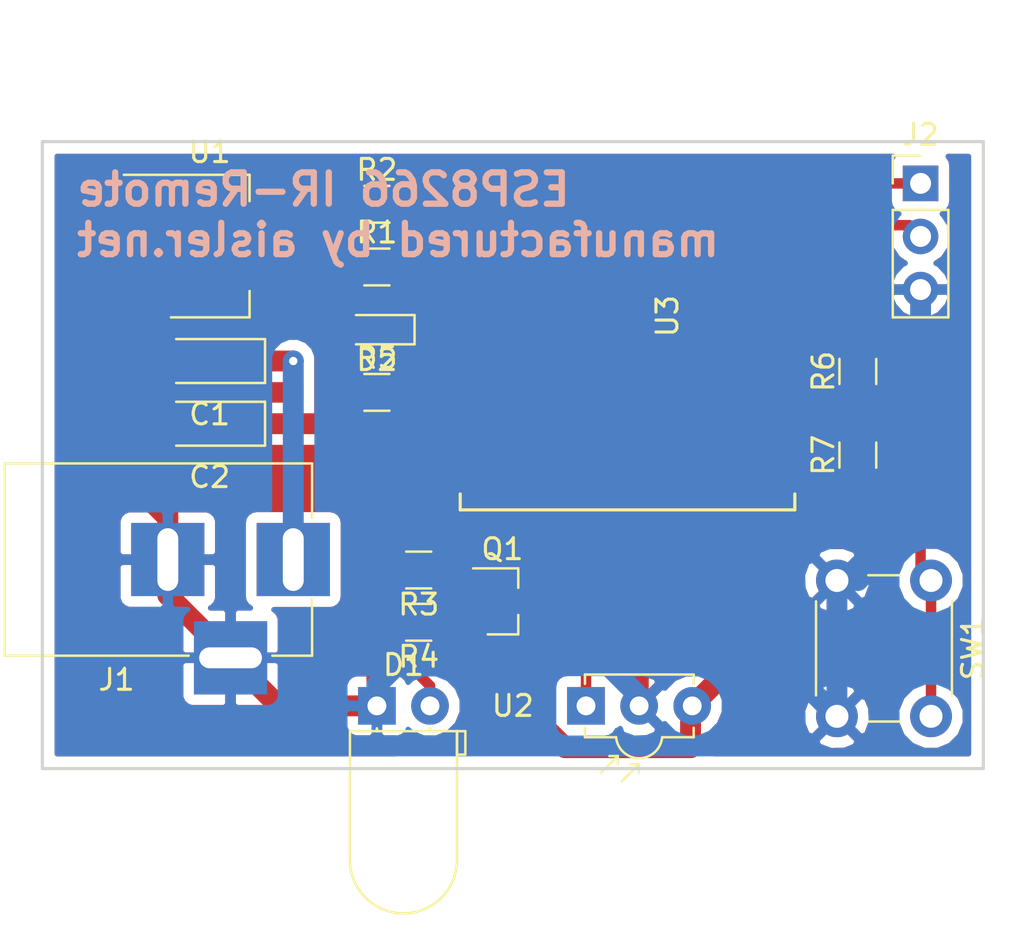
<source format=kicad_pcb>
(kicad_pcb (version 4) (host pcbnew 4.0.6)

  (general
    (links 39)
    (no_connects 0)
    (area 98.924999 117.924999 144.075001 148.075001)
    (thickness 1.6)
    (drawings 5)
    (tracks 122)
    (zones 0)
    (modules 18)
    (nets 26)
  )

  (page A4)
  (layers
    (0 F.Cu signal)
    (31 B.Cu signal)
    (32 B.Adhes user)
    (33 F.Adhes user)
    (34 B.Paste user)
    (35 F.Paste user)
    (36 B.SilkS user)
    (37 F.SilkS user)
    (38 B.Mask user)
    (39 F.Mask user)
    (40 Dwgs.User user)
    (41 Cmts.User user)
    (42 Eco1.User user)
    (43 Eco2.User user)
    (44 Edge.Cuts user)
    (45 Margin user)
    (46 B.CrtYd user)
    (47 F.CrtYd user)
    (48 B.Fab user)
    (49 F.Fab user)
  )

  (setup
    (last_trace_width 0.5)
    (trace_clearance 0.2)
    (zone_clearance 0.508)
    (zone_45_only yes)
    (trace_min 0.2)
    (segment_width 0.2)
    (edge_width 0.15)
    (via_size 0.6)
    (via_drill 0.4)
    (via_min_size 0.4)
    (via_min_drill 0.3)
    (uvia_size 0.3)
    (uvia_drill 0.1)
    (uvias_allowed no)
    (uvia_min_size 0.2)
    (uvia_min_drill 0.1)
    (pcb_text_width 0.3)
    (pcb_text_size 1.5 1.5)
    (mod_edge_width 0.15)
    (mod_text_size 1 1)
    (mod_text_width 0.15)
    (pad_size 1.524 1.524)
    (pad_drill 0.762)
    (pad_to_mask_clearance 0.05)
    (aux_axis_origin 0 0)
    (visible_elements FFFFFF7F)
    (pcbplotparams
      (layerselection 0x00030_80000001)
      (usegerberextensions false)
      (excludeedgelayer true)
      (linewidth 0.100000)
      (plotframeref false)
      (viasonmask false)
      (mode 1)
      (useauxorigin false)
      (hpglpennumber 1)
      (hpglpenspeed 20)
      (hpglpendiameter 15)
      (hpglpenoverlay 2)
      (psnegative false)
      (psa4output false)
      (plotreference true)
      (plotvalue true)
      (plotinvisibletext false)
      (padsonsilk false)
      (subtractmaskfromsilk false)
      (outputformat 1)
      (mirror false)
      (drillshape 1)
      (scaleselection 1)
      (outputdirectory ""))
  )

  (net 0 "")
  (net 1 "Net-(C1-Pad1)")
  (net 2 GND)
  (net 3 VCC)
  (net 4 "Net-(D1-Pad2)")
  (net 5 "Net-(J2-Pad1)")
  (net 6 "Net-(J2-Pad2)")
  (net 7 "Net-(Q1-Pad1)")
  (net 8 "Net-(Q1-Pad2)")
  (net 9 "Net-(R1-Pad2)")
  (net 10 "Net-(R2-Pad2)")
  (net 11 "Net-(R6-Pad2)")
  (net 12 "Net-(U2-Pad1)")
  (net 13 "Net-(U3-Pad2)")
  (net 14 "Net-(U3-Pad5)")
  (net 15 "Net-(U3-Pad6)")
  (net 16 "Net-(U3-Pad7)")
  (net 17 "Net-(U3-Pad13)")
  (net 18 "Net-(U3-Pad14)")
  (net 19 "Net-(U3-Pad17)")
  (net 20 "Net-(U3-Pad18)")
  (net 21 "Net-(U3-Pad22)")
  (net 22 "Net-(D2-Pad2)")
  (net 23 "Net-(D2-Pad1)")
  (net 24 "Net-(R7-Pad2)")
  (net 25 "Net-(U3-Pad21)")

  (net_class Default "This is the default net class."
    (clearance 0.2)
    (trace_width 0.5)
    (via_dia 0.6)
    (via_drill 0.4)
    (uvia_dia 0.3)
    (uvia_drill 0.1)
    (add_net "Net-(D1-Pad2)")
    (add_net "Net-(D2-Pad1)")
    (add_net "Net-(D2-Pad2)")
    (add_net "Net-(J2-Pad1)")
    (add_net "Net-(J2-Pad2)")
    (add_net "Net-(Q1-Pad1)")
    (add_net "Net-(Q1-Pad2)")
    (add_net "Net-(R1-Pad2)")
    (add_net "Net-(R2-Pad2)")
    (add_net "Net-(R6-Pad2)")
    (add_net "Net-(R7-Pad2)")
    (add_net "Net-(U2-Pad1)")
    (add_net "Net-(U3-Pad13)")
    (add_net "Net-(U3-Pad14)")
    (add_net "Net-(U3-Pad17)")
    (add_net "Net-(U3-Pad18)")
    (add_net "Net-(U3-Pad2)")
    (add_net "Net-(U3-Pad21)")
    (add_net "Net-(U3-Pad22)")
    (add_net "Net-(U3-Pad5)")
    (add_net "Net-(U3-Pad6)")
    (add_net "Net-(U3-Pad7)")
  )

  (net_class Power ""
    (clearance 0.2)
    (trace_width 1)
    (via_dia 1)
    (via_drill 0.4)
    (uvia_dia 0.3)
    (uvia_drill 0.1)
    (add_net GND)
    (add_net "Net-(C1-Pad1)")
    (add_net VCC)
  )

  (module LEDs:LED_D5.0mm_Horizontal_O1.27mm_Z3.0mm (layer F.Cu) (tedit 5880A862) (tstamp 597E6AFE)
    (at 115 145)
    (descr "LED, diameter 5.0mm z-position of LED center 3.0mm, 2 pins")
    (tags "LED diameter 5.0mm z-position of LED center 3.0mm 2 pins")
    (path /597E750F)
    (fp_text reference D1 (at 1.27 -1.96) (layer F.SilkS)
      (effects (font (size 1 1) (thickness 0.15)))
    )
    (fp_text value LED (at 1.27 10.93) (layer F.Fab)
      (effects (font (size 1 1) (thickness 0.15)))
    )
    (fp_arc (start 1.27 7.37) (end -1.23 7.37) (angle -180) (layer F.Fab) (width 0.1))
    (fp_arc (start 1.27 7.37) (end -1.29 7.37) (angle -180) (layer F.SilkS) (width 0.12))
    (fp_line (start -1.23 1.27) (end -1.23 7.37) (layer F.Fab) (width 0.1))
    (fp_line (start 3.77 1.27) (end 3.77 7.37) (layer F.Fab) (width 0.1))
    (fp_line (start -1.23 1.27) (end 3.77 1.27) (layer F.Fab) (width 0.1))
    (fp_line (start 4.17 1.27) (end 4.17 2.27) (layer F.Fab) (width 0.1))
    (fp_line (start 4.17 2.27) (end 3.77 2.27) (layer F.Fab) (width 0.1))
    (fp_line (start 3.77 2.27) (end 3.77 1.27) (layer F.Fab) (width 0.1))
    (fp_line (start 3.77 1.27) (end 4.17 1.27) (layer F.Fab) (width 0.1))
    (fp_line (start 0 0) (end 0 1.27) (layer F.Fab) (width 0.1))
    (fp_line (start 0 1.27) (end 0 1.27) (layer F.Fab) (width 0.1))
    (fp_line (start 0 1.27) (end 0 0) (layer F.Fab) (width 0.1))
    (fp_line (start 0 0) (end 0 0) (layer F.Fab) (width 0.1))
    (fp_line (start 2.54 0) (end 2.54 1.27) (layer F.Fab) (width 0.1))
    (fp_line (start 2.54 1.27) (end 2.54 1.27) (layer F.Fab) (width 0.1))
    (fp_line (start 2.54 1.27) (end 2.54 0) (layer F.Fab) (width 0.1))
    (fp_line (start 2.54 0) (end 2.54 0) (layer F.Fab) (width 0.1))
    (fp_line (start -1.29 1.21) (end -1.29 7.37) (layer F.SilkS) (width 0.12))
    (fp_line (start 3.83 1.21) (end 3.83 7.37) (layer F.SilkS) (width 0.12))
    (fp_line (start -1.29 1.21) (end 3.83 1.21) (layer F.SilkS) (width 0.12))
    (fp_line (start 4.23 1.21) (end 4.23 2.33) (layer F.SilkS) (width 0.12))
    (fp_line (start 4.23 2.33) (end 3.83 2.33) (layer F.SilkS) (width 0.12))
    (fp_line (start 3.83 2.33) (end 3.83 1.21) (layer F.SilkS) (width 0.12))
    (fp_line (start 3.83 1.21) (end 4.23 1.21) (layer F.SilkS) (width 0.12))
    (fp_line (start 0 1.08) (end 0 1.21) (layer F.SilkS) (width 0.12))
    (fp_line (start 0 1.21) (end 0 1.21) (layer F.SilkS) (width 0.12))
    (fp_line (start 0 1.21) (end 0 1.08) (layer F.SilkS) (width 0.12))
    (fp_line (start 0 1.08) (end 0 1.08) (layer F.SilkS) (width 0.12))
    (fp_line (start 2.54 1.08) (end 2.54 1.21) (layer F.SilkS) (width 0.12))
    (fp_line (start 2.54 1.21) (end 2.54 1.21) (layer F.SilkS) (width 0.12))
    (fp_line (start 2.54 1.21) (end 2.54 1.08) (layer F.SilkS) (width 0.12))
    (fp_line (start 2.54 1.08) (end 2.54 1.08) (layer F.SilkS) (width 0.12))
    (fp_line (start -1.95 -1.25) (end -1.95 10.2) (layer F.CrtYd) (width 0.05))
    (fp_line (start -1.95 10.2) (end 4.5 10.2) (layer F.CrtYd) (width 0.05))
    (fp_line (start 4.5 10.2) (end 4.5 -1.25) (layer F.CrtYd) (width 0.05))
    (fp_line (start 4.5 -1.25) (end -1.95 -1.25) (layer F.CrtYd) (width 0.05))
    (pad 1 thru_hole rect (at 0 0) (size 1.8 1.8) (drill 0.9) (layers *.Cu *.Mask)
      (net 2 GND))
    (pad 2 thru_hole circle (at 2.54 0) (size 1.8 1.8) (drill 0.9) (layers *.Cu *.Mask)
      (net 4 "Net-(D1-Pad2)"))
    (model ${KISYS3DMOD}/LEDs.3dshapes/LED_D5.0mm_Horizontal_O1.27mm_Z3.0mm.wrl
      (at (xyz 0 0 0))
      (scale (xyz 0.393701 0.393701 0.393701))
      (rotate (xyz 0 0 0))
    )
  )

  (module Connect:BARREL_JACK (layer F.Cu) (tedit 5861378E) (tstamp 597E6B05)
    (at 111 138)
    (descr "DC Barrel Jack")
    (tags "Power Jack")
    (path /597E62D0)
    (fp_text reference J1 (at -8.45 5.75 180) (layer F.SilkS)
      (effects (font (size 1 1) (thickness 0.15)))
    )
    (fp_text value BARREL_JACK (at -6.2 -5.5) (layer F.Fab)
      (effects (font (size 1 1) (thickness 0.15)))
    )
    (fp_line (start 1 -4.5) (end 1 -4.75) (layer F.CrtYd) (width 0.05))
    (fp_line (start 1 -4.75) (end -14 -4.75) (layer F.CrtYd) (width 0.05))
    (fp_line (start 1 -4.5) (end 1 -2) (layer F.CrtYd) (width 0.05))
    (fp_line (start 1 -2) (end 2 -2) (layer F.CrtYd) (width 0.05))
    (fp_line (start 2 -2) (end 2 2) (layer F.CrtYd) (width 0.05))
    (fp_line (start 2 2) (end 1 2) (layer F.CrtYd) (width 0.05))
    (fp_line (start 1 2) (end 1 4.75) (layer F.CrtYd) (width 0.05))
    (fp_line (start 1 4.75) (end -1 4.75) (layer F.CrtYd) (width 0.05))
    (fp_line (start -1 4.75) (end -1 6.75) (layer F.CrtYd) (width 0.05))
    (fp_line (start -1 6.75) (end -5 6.75) (layer F.CrtYd) (width 0.05))
    (fp_line (start -5 6.75) (end -5 4.75) (layer F.CrtYd) (width 0.05))
    (fp_line (start -5 4.75) (end -14 4.75) (layer F.CrtYd) (width 0.05))
    (fp_line (start -14 4.75) (end -14 -4.75) (layer F.CrtYd) (width 0.05))
    (fp_line (start -5 4.6) (end -13.8 4.6) (layer F.SilkS) (width 0.12))
    (fp_line (start -13.8 4.6) (end -13.8 -4.6) (layer F.SilkS) (width 0.12))
    (fp_line (start 0.9 1.9) (end 0.9 4.6) (layer F.SilkS) (width 0.12))
    (fp_line (start 0.9 4.6) (end -1 4.6) (layer F.SilkS) (width 0.12))
    (fp_line (start -13.8 -4.6) (end 0.9 -4.6) (layer F.SilkS) (width 0.12))
    (fp_line (start 0.9 -4.6) (end 0.9 -2) (layer F.SilkS) (width 0.12))
    (fp_line (start -10.2 -4.5) (end -10.2 4.5) (layer F.Fab) (width 0.1))
    (fp_line (start -13.7 -4.5) (end -13.7 4.5) (layer F.Fab) (width 0.1))
    (fp_line (start -13.7 4.5) (end 0.8 4.5) (layer F.Fab) (width 0.1))
    (fp_line (start 0.8 4.5) (end 0.8 -4.5) (layer F.Fab) (width 0.1))
    (fp_line (start 0.8 -4.5) (end -13.7 -4.5) (layer F.Fab) (width 0.1))
    (pad 1 thru_hole rect (at 0 0) (size 3.5 3.5) (drill oval 1 3) (layers *.Cu *.Mask)
      (net 1 "Net-(C1-Pad1)"))
    (pad 2 thru_hole rect (at -6 0) (size 3.5 3.5) (drill oval 1 3) (layers *.Cu *.Mask)
      (net 2 GND))
    (pad 3 thru_hole rect (at -3 4.7) (size 3.5 3.5) (drill oval 3 1) (layers *.Cu *.Mask)
      (net 2 GND))
  )

  (module Pin_Headers:Pin_Header_Straight_1x03_Pitch2.54mm (layer F.Cu) (tedit 59650532) (tstamp 597E6B0C)
    (at 141 120)
    (descr "Through hole straight pin header, 1x03, 2.54mm pitch, single row")
    (tags "Through hole pin header THT 1x03 2.54mm single row")
    (path /597E6BFD)
    (fp_text reference J2 (at 0 -2.33) (layer F.SilkS)
      (effects (font (size 1 1) (thickness 0.15)))
    )
    (fp_text value CONN_01X03 (at 0 7.41) (layer F.Fab)
      (effects (font (size 1 1) (thickness 0.15)))
    )
    (fp_line (start -0.635 -1.27) (end 1.27 -1.27) (layer F.Fab) (width 0.1))
    (fp_line (start 1.27 -1.27) (end 1.27 6.35) (layer F.Fab) (width 0.1))
    (fp_line (start 1.27 6.35) (end -1.27 6.35) (layer F.Fab) (width 0.1))
    (fp_line (start -1.27 6.35) (end -1.27 -0.635) (layer F.Fab) (width 0.1))
    (fp_line (start -1.27 -0.635) (end -0.635 -1.27) (layer F.Fab) (width 0.1))
    (fp_line (start -1.33 6.41) (end 1.33 6.41) (layer F.SilkS) (width 0.12))
    (fp_line (start -1.33 1.27) (end -1.33 6.41) (layer F.SilkS) (width 0.12))
    (fp_line (start 1.33 1.27) (end 1.33 6.41) (layer F.SilkS) (width 0.12))
    (fp_line (start -1.33 1.27) (end 1.33 1.27) (layer F.SilkS) (width 0.12))
    (fp_line (start -1.33 0) (end -1.33 -1.33) (layer F.SilkS) (width 0.12))
    (fp_line (start -1.33 -1.33) (end 0 -1.33) (layer F.SilkS) (width 0.12))
    (fp_line (start -1.8 -1.8) (end -1.8 6.85) (layer F.CrtYd) (width 0.05))
    (fp_line (start -1.8 6.85) (end 1.8 6.85) (layer F.CrtYd) (width 0.05))
    (fp_line (start 1.8 6.85) (end 1.8 -1.8) (layer F.CrtYd) (width 0.05))
    (fp_line (start 1.8 -1.8) (end -1.8 -1.8) (layer F.CrtYd) (width 0.05))
    (fp_text user %R (at 0 2.54 90) (layer F.Fab)
      (effects (font (size 1 1) (thickness 0.15)))
    )
    (pad 1 thru_hole rect (at 0 0) (size 1.7 1.7) (drill 1) (layers *.Cu *.Mask)
      (net 5 "Net-(J2-Pad1)"))
    (pad 2 thru_hole oval (at 0 2.54) (size 1.7 1.7) (drill 1) (layers *.Cu *.Mask)
      (net 6 "Net-(J2-Pad2)"))
    (pad 3 thru_hole oval (at 0 5.08) (size 1.7 1.7) (drill 1) (layers *.Cu *.Mask)
      (net 2 GND))
    (model ${KISYS3DMOD}/Pin_Headers.3dshapes/Pin_Header_Straight_1x03_Pitch2.54mm.wrl
      (at (xyz 0 0 0))
      (scale (xyz 1 1 1))
      (rotate (xyz 0 0 0))
    )
  )

  (module TO_SOT_Packages_SMD:SOT-23 (layer F.Cu) (tedit 58CE4E7E) (tstamp 597E6B13)
    (at 121 140)
    (descr "SOT-23, Standard")
    (tags SOT-23)
    (path /597E7C75)
    (attr smd)
    (fp_text reference Q1 (at 0 -2.5) (layer F.SilkS)
      (effects (font (size 1 1) (thickness 0.15)))
    )
    (fp_text value MMBT3904 (at 0 2.5) (layer F.Fab)
      (effects (font (size 1 1) (thickness 0.15)))
    )
    (fp_text user %R (at 0 0 90) (layer F.Fab)
      (effects (font (size 0.5 0.5) (thickness 0.075)))
    )
    (fp_line (start -0.7 -0.95) (end -0.7 1.5) (layer F.Fab) (width 0.1))
    (fp_line (start -0.15 -1.52) (end 0.7 -1.52) (layer F.Fab) (width 0.1))
    (fp_line (start -0.7 -0.95) (end -0.15 -1.52) (layer F.Fab) (width 0.1))
    (fp_line (start 0.7 -1.52) (end 0.7 1.52) (layer F.Fab) (width 0.1))
    (fp_line (start -0.7 1.52) (end 0.7 1.52) (layer F.Fab) (width 0.1))
    (fp_line (start 0.76 1.58) (end 0.76 0.65) (layer F.SilkS) (width 0.12))
    (fp_line (start 0.76 -1.58) (end 0.76 -0.65) (layer F.SilkS) (width 0.12))
    (fp_line (start -1.7 -1.75) (end 1.7 -1.75) (layer F.CrtYd) (width 0.05))
    (fp_line (start 1.7 -1.75) (end 1.7 1.75) (layer F.CrtYd) (width 0.05))
    (fp_line (start 1.7 1.75) (end -1.7 1.75) (layer F.CrtYd) (width 0.05))
    (fp_line (start -1.7 1.75) (end -1.7 -1.75) (layer F.CrtYd) (width 0.05))
    (fp_line (start 0.76 -1.58) (end -1.4 -1.58) (layer F.SilkS) (width 0.12))
    (fp_line (start 0.76 1.58) (end -0.7 1.58) (layer F.SilkS) (width 0.12))
    (pad 1 smd rect (at -1 -0.95) (size 0.9 0.8) (layers F.Cu F.Paste F.Mask)
      (net 7 "Net-(Q1-Pad1)"))
    (pad 2 smd rect (at -1 0.95) (size 0.9 0.8) (layers F.Cu F.Paste F.Mask)
      (net 8 "Net-(Q1-Pad2)"))
    (pad 3 smd rect (at 1 0) (size 0.9 0.8) (layers F.Cu F.Paste F.Mask)
      (net 3 VCC))
    (model ${KISYS3DMOD}/TO_SOT_Packages_SMD.3dshapes/SOT-23.wrl
      (at (xyz 0 0 0))
      (scale (xyz 1 1 1))
      (rotate (xyz 0 0 0))
    )
  )

  (module Resistors_SMD:R_0805 (layer F.Cu) (tedit 58E0A804) (tstamp 597E6B19)
    (at 115 124)
    (descr "Resistor SMD 0805, reflow soldering, Vishay (see dcrcw.pdf)")
    (tags "resistor 0805")
    (path /597E5D0B)
    (attr smd)
    (fp_text reference R1 (at 0 -1.65) (layer F.SilkS)
      (effects (font (size 1 1) (thickness 0.15)))
    )
    (fp_text value 4.7k (at 0 1.75) (layer F.Fab)
      (effects (font (size 1 1) (thickness 0.15)))
    )
    (fp_text user %R (at 0 0) (layer F.Fab)
      (effects (font (size 0.5 0.5) (thickness 0.075)))
    )
    (fp_line (start -1 0.62) (end -1 -0.62) (layer F.Fab) (width 0.1))
    (fp_line (start 1 0.62) (end -1 0.62) (layer F.Fab) (width 0.1))
    (fp_line (start 1 -0.62) (end 1 0.62) (layer F.Fab) (width 0.1))
    (fp_line (start -1 -0.62) (end 1 -0.62) (layer F.Fab) (width 0.1))
    (fp_line (start 0.6 0.88) (end -0.6 0.88) (layer F.SilkS) (width 0.12))
    (fp_line (start -0.6 -0.88) (end 0.6 -0.88) (layer F.SilkS) (width 0.12))
    (fp_line (start -1.55 -0.9) (end 1.55 -0.9) (layer F.CrtYd) (width 0.05))
    (fp_line (start -1.55 -0.9) (end -1.55 0.9) (layer F.CrtYd) (width 0.05))
    (fp_line (start 1.55 0.9) (end 1.55 -0.9) (layer F.CrtYd) (width 0.05))
    (fp_line (start 1.55 0.9) (end -1.55 0.9) (layer F.CrtYd) (width 0.05))
    (pad 1 smd rect (at -0.95 0) (size 0.7 1.3) (layers F.Cu F.Paste F.Mask)
      (net 3 VCC))
    (pad 2 smd rect (at 0.95 0) (size 0.7 1.3) (layers F.Cu F.Paste F.Mask)
      (net 9 "Net-(R1-Pad2)"))
    (model ${KISYS3DMOD}/Resistors_SMD.3dshapes/R_0805.wrl
      (at (xyz 0 0 0))
      (scale (xyz 1 1 1))
      (rotate (xyz 0 0 0))
    )
  )

  (module Resistors_SMD:R_0805 (layer F.Cu) (tedit 58E0A804) (tstamp 597E6B1F)
    (at 115 121)
    (descr "Resistor SMD 0805, reflow soldering, Vishay (see dcrcw.pdf)")
    (tags "resistor 0805")
    (path /597E5CC9)
    (attr smd)
    (fp_text reference R2 (at 0 -1.65) (layer F.SilkS)
      (effects (font (size 1 1) (thickness 0.15)))
    )
    (fp_text value 4.7k (at 0 1.75) (layer F.Fab)
      (effects (font (size 1 1) (thickness 0.15)))
    )
    (fp_text user %R (at 0 0) (layer F.Fab)
      (effects (font (size 0.5 0.5) (thickness 0.075)))
    )
    (fp_line (start -1 0.62) (end -1 -0.62) (layer F.Fab) (width 0.1))
    (fp_line (start 1 0.62) (end -1 0.62) (layer F.Fab) (width 0.1))
    (fp_line (start 1 -0.62) (end 1 0.62) (layer F.Fab) (width 0.1))
    (fp_line (start -1 -0.62) (end 1 -0.62) (layer F.Fab) (width 0.1))
    (fp_line (start 0.6 0.88) (end -0.6 0.88) (layer F.SilkS) (width 0.12))
    (fp_line (start -0.6 -0.88) (end 0.6 -0.88) (layer F.SilkS) (width 0.12))
    (fp_line (start -1.55 -0.9) (end 1.55 -0.9) (layer F.CrtYd) (width 0.05))
    (fp_line (start -1.55 -0.9) (end -1.55 0.9) (layer F.CrtYd) (width 0.05))
    (fp_line (start 1.55 0.9) (end 1.55 -0.9) (layer F.CrtYd) (width 0.05))
    (fp_line (start 1.55 0.9) (end -1.55 0.9) (layer F.CrtYd) (width 0.05))
    (pad 1 smd rect (at -0.95 0) (size 0.7 1.3) (layers F.Cu F.Paste F.Mask)
      (net 3 VCC))
    (pad 2 smd rect (at 0.95 0) (size 0.7 1.3) (layers F.Cu F.Paste F.Mask)
      (net 10 "Net-(R2-Pad2)"))
    (model ${KISYS3DMOD}/Resistors_SMD.3dshapes/R_0805.wrl
      (at (xyz 0 0 0))
      (scale (xyz 1 1 1))
      (rotate (xyz 0 0 0))
    )
  )

  (module Resistors_SMD:R_0805 (layer F.Cu) (tedit 58E0A804) (tstamp 597E6B25)
    (at 117 138.5 180)
    (descr "Resistor SMD 0805, reflow soldering, Vishay (see dcrcw.pdf)")
    (tags "resistor 0805")
    (path /597E7ABD)
    (attr smd)
    (fp_text reference R3 (at 0 -1.65 180) (layer F.SilkS)
      (effects (font (size 1 1) (thickness 0.15)))
    )
    (fp_text value 4.7k (at 0 1.75 180) (layer F.Fab)
      (effects (font (size 1 1) (thickness 0.15)))
    )
    (fp_text user %R (at 0 0 180) (layer F.Fab)
      (effects (font (size 0.5 0.5) (thickness 0.075)))
    )
    (fp_line (start -1 0.62) (end -1 -0.62) (layer F.Fab) (width 0.1))
    (fp_line (start 1 0.62) (end -1 0.62) (layer F.Fab) (width 0.1))
    (fp_line (start 1 -0.62) (end 1 0.62) (layer F.Fab) (width 0.1))
    (fp_line (start -1 -0.62) (end 1 -0.62) (layer F.Fab) (width 0.1))
    (fp_line (start 0.6 0.88) (end -0.6 0.88) (layer F.SilkS) (width 0.12))
    (fp_line (start -0.6 -0.88) (end 0.6 -0.88) (layer F.SilkS) (width 0.12))
    (fp_line (start -1.55 -0.9) (end 1.55 -0.9) (layer F.CrtYd) (width 0.05))
    (fp_line (start -1.55 -0.9) (end -1.55 0.9) (layer F.CrtYd) (width 0.05))
    (fp_line (start 1.55 0.9) (end 1.55 -0.9) (layer F.CrtYd) (width 0.05))
    (fp_line (start 1.55 0.9) (end -1.55 0.9) (layer F.CrtYd) (width 0.05))
    (pad 1 smd rect (at -0.95 0 180) (size 0.7 1.3) (layers F.Cu F.Paste F.Mask)
      (net 7 "Net-(Q1-Pad1)"))
    (pad 2 smd rect (at 0.95 0 180) (size 0.7 1.3) (layers F.Cu F.Paste F.Mask)
      (net 2 GND))
    (model ${KISYS3DMOD}/Resistors_SMD.3dshapes/R_0805.wrl
      (at (xyz 0 0 0))
      (scale (xyz 1 1 1))
      (rotate (xyz 0 0 0))
    )
  )

  (module Resistors_SMD:R_0805 (layer F.Cu) (tedit 58E0A804) (tstamp 597E6B2B)
    (at 117 141 180)
    (descr "Resistor SMD 0805, reflow soldering, Vishay (see dcrcw.pdf)")
    (tags "resistor 0805")
    (path /597E7834)
    (attr smd)
    (fp_text reference R4 (at 0 -1.65 180) (layer F.SilkS)
      (effects (font (size 1 1) (thickness 0.15)))
    )
    (fp_text value 39 (at 0 1.75 180) (layer F.Fab)
      (effects (font (size 1 1) (thickness 0.15)))
    )
    (fp_text user %R (at 0 0 180) (layer F.Fab)
      (effects (font (size 0.5 0.5) (thickness 0.075)))
    )
    (fp_line (start -1 0.62) (end -1 -0.62) (layer F.Fab) (width 0.1))
    (fp_line (start 1 0.62) (end -1 0.62) (layer F.Fab) (width 0.1))
    (fp_line (start 1 -0.62) (end 1 0.62) (layer F.Fab) (width 0.1))
    (fp_line (start -1 -0.62) (end 1 -0.62) (layer F.Fab) (width 0.1))
    (fp_line (start 0.6 0.88) (end -0.6 0.88) (layer F.SilkS) (width 0.12))
    (fp_line (start -0.6 -0.88) (end 0.6 -0.88) (layer F.SilkS) (width 0.12))
    (fp_line (start -1.55 -0.9) (end 1.55 -0.9) (layer F.CrtYd) (width 0.05))
    (fp_line (start -1.55 -0.9) (end -1.55 0.9) (layer F.CrtYd) (width 0.05))
    (fp_line (start 1.55 0.9) (end 1.55 -0.9) (layer F.CrtYd) (width 0.05))
    (fp_line (start 1.55 0.9) (end -1.55 0.9) (layer F.CrtYd) (width 0.05))
    (pad 1 smd rect (at -0.95 0 180) (size 0.7 1.3) (layers F.Cu F.Paste F.Mask)
      (net 8 "Net-(Q1-Pad2)"))
    (pad 2 smd rect (at 0.95 0 180) (size 0.7 1.3) (layers F.Cu F.Paste F.Mask)
      (net 4 "Net-(D1-Pad2)"))
    (model ${KISYS3DMOD}/Resistors_SMD.3dshapes/R_0805.wrl
      (at (xyz 0 0 0))
      (scale (xyz 1 1 1))
      (rotate (xyz 0 0 0))
    )
  )

  (module Resistors_SMD:R_0805 (layer F.Cu) (tedit 58E0A804) (tstamp 597E6B37)
    (at 138 129 90)
    (descr "Resistor SMD 0805, reflow soldering, Vishay (see dcrcw.pdf)")
    (tags "resistor 0805")
    (path /597E6825)
    (attr smd)
    (fp_text reference R6 (at 0 -1.65 90) (layer F.SilkS)
      (effects (font (size 1 1) (thickness 0.15)))
    )
    (fp_text value 4.7k (at 0 1.75 90) (layer F.Fab)
      (effects (font (size 1 1) (thickness 0.15)))
    )
    (fp_text user %R (at 0 0 90) (layer F.Fab)
      (effects (font (size 0.5 0.5) (thickness 0.075)))
    )
    (fp_line (start -1 0.62) (end -1 -0.62) (layer F.Fab) (width 0.1))
    (fp_line (start 1 0.62) (end -1 0.62) (layer F.Fab) (width 0.1))
    (fp_line (start 1 -0.62) (end 1 0.62) (layer F.Fab) (width 0.1))
    (fp_line (start -1 -0.62) (end 1 -0.62) (layer F.Fab) (width 0.1))
    (fp_line (start 0.6 0.88) (end -0.6 0.88) (layer F.SilkS) (width 0.12))
    (fp_line (start -0.6 -0.88) (end 0.6 -0.88) (layer F.SilkS) (width 0.12))
    (fp_line (start -1.55 -0.9) (end 1.55 -0.9) (layer F.CrtYd) (width 0.05))
    (fp_line (start -1.55 -0.9) (end -1.55 0.9) (layer F.CrtYd) (width 0.05))
    (fp_line (start 1.55 0.9) (end 1.55 -0.9) (layer F.CrtYd) (width 0.05))
    (fp_line (start 1.55 0.9) (end -1.55 0.9) (layer F.CrtYd) (width 0.05))
    (pad 1 smd rect (at -0.95 0 90) (size 0.7 1.3) (layers F.Cu F.Paste F.Mask)
      (net 3 VCC))
    (pad 2 smd rect (at 0.95 0 90) (size 0.7 1.3) (layers F.Cu F.Paste F.Mask)
      (net 11 "Net-(R6-Pad2)"))
    (model ${KISYS3DMOD}/Resistors_SMD.3dshapes/R_0805.wrl
      (at (xyz 0 0 0))
      (scale (xyz 1 1 1))
      (rotate (xyz 0 0 0))
    )
  )

  (module TO_SOT_Packages_SMD:SOT-223 (layer F.Cu) (tedit 58CE4E7E) (tstamp 597E6B47)
    (at 107 123)
    (descr "module CMS SOT223 4 pins")
    (tags "CMS SOT")
    (path /597E5E36)
    (attr smd)
    (fp_text reference U1 (at 0 -4.5) (layer F.SilkS)
      (effects (font (size 1 1) (thickness 0.15)))
    )
    (fp_text value LM1117-3.3 (at 0 4.5) (layer F.Fab)
      (effects (font (size 1 1) (thickness 0.15)))
    )
    (fp_text user %R (at 0 0 90) (layer F.Fab)
      (effects (font (size 0.8 0.8) (thickness 0.12)))
    )
    (fp_line (start -1.85 -2.3) (end -0.8 -3.35) (layer F.Fab) (width 0.1))
    (fp_line (start 1.91 3.41) (end 1.91 2.15) (layer F.SilkS) (width 0.12))
    (fp_line (start 1.91 -3.41) (end 1.91 -2.15) (layer F.SilkS) (width 0.12))
    (fp_line (start 4.4 -3.6) (end -4.4 -3.6) (layer F.CrtYd) (width 0.05))
    (fp_line (start 4.4 3.6) (end 4.4 -3.6) (layer F.CrtYd) (width 0.05))
    (fp_line (start -4.4 3.6) (end 4.4 3.6) (layer F.CrtYd) (width 0.05))
    (fp_line (start -4.4 -3.6) (end -4.4 3.6) (layer F.CrtYd) (width 0.05))
    (fp_line (start -1.85 -2.3) (end -1.85 3.35) (layer F.Fab) (width 0.1))
    (fp_line (start -1.85 3.41) (end 1.91 3.41) (layer F.SilkS) (width 0.12))
    (fp_line (start -0.8 -3.35) (end 1.85 -3.35) (layer F.Fab) (width 0.1))
    (fp_line (start -4.1 -3.41) (end 1.91 -3.41) (layer F.SilkS) (width 0.12))
    (fp_line (start -1.85 3.35) (end 1.85 3.35) (layer F.Fab) (width 0.1))
    (fp_line (start 1.85 -3.35) (end 1.85 3.35) (layer F.Fab) (width 0.1))
    (pad 4 smd rect (at 3.15 0) (size 2 3.8) (layers F.Cu F.Paste F.Mask)
      (net 3 VCC))
    (pad 2 smd rect (at -3.15 0) (size 2 1.5) (layers F.Cu F.Paste F.Mask)
      (net 3 VCC))
    (pad 3 smd rect (at -3.15 2.3) (size 2 1.5) (layers F.Cu F.Paste F.Mask)
      (net 1 "Net-(C1-Pad1)"))
    (pad 1 smd rect (at -3.15 -2.3) (size 2 1.5) (layers F.Cu F.Paste F.Mask)
      (net 2 GND))
    (model ${KISYS3DMOD}/TO_SOT_Packages_SMD.3dshapes/SOT-223.wrl
      (at (xyz 0 0 0))
      (scale (xyz 1 1 1))
      (rotate (xyz 0 0 0))
    )
  )

  (module Opto-Devices:IRReceiver_Vishay_MINICAST-3pin (layer F.Cu) (tedit 588C7248) (tstamp 597E6B4E)
    (at 125 145)
    (descr "IR Receiver Vishay TSOP-xxxx, MINICAST package")
    (tags "IR Receiver Vishay TSOP-xxxx MINICAST")
    (path /597E72D0)
    (fp_text reference U2 (at -3.5 0 180) (layer F.SilkS)
      (effects (font (size 1 1) (thickness 0.15)))
    )
    (fp_text value TSOP382xx (at 2.55 -2.4 180) (layer F.Fab)
      (effects (font (size 1 1) (thickness 0.15)))
    )
    (fp_line (start 5.15 -1.05) (end 5.15 -1.5) (layer F.SilkS) (width 0.12))
    (fp_line (start 5.15 -1.5) (end -0.05 -1.5) (layer F.SilkS) (width 0.12))
    (fp_line (start -0.05 -1.5) (end -0.05 -1.05) (layer F.SilkS) (width 0.12))
    (fp_line (start 5.15 1.05) (end 5.15 1.5) (layer F.SilkS) (width 0.12))
    (fp_line (start 5.15 1.5) (end 3.65 1.5) (layer F.SilkS) (width 0.12))
    (fp_line (start 1.4 1.5) (end -0.05 1.5) (layer F.SilkS) (width 0.12))
    (fp_line (start -0.05 1.5) (end -0.05 1.05) (layer F.SilkS) (width 0.12))
    (fp_line (start 0.05 -1.4) (end 5.05 -1.4) (layer F.Fab) (width 0.1))
    (fp_line (start 5.05 -1.4) (end 5.05 1.4) (layer F.Fab) (width 0.1))
    (fp_line (start 5.05 1.4) (end 0.05 1.4) (layer F.Fab) (width 0.1))
    (fp_line (start 0.05 1.4) (end 0.05 -1.4) (layer F.Fab) (width 0.1))
    (fp_line (start 1.52 2.4) (end 1.12 2.4) (layer F.SilkS) (width 0.12))
    (fp_line (start 1.52 2.4) (end 1.52 2.8) (layer F.SilkS) (width 0.12))
    (fp_line (start 1.52 2.4) (end 0.72 3.2) (layer F.SilkS) (width 0.12))
    (fp_line (start 2.52 2.8) (end 1.72 3.6) (layer F.SilkS) (width 0.12))
    (fp_line (start 2.52 2.8) (end 2.52 3.2) (layer F.SilkS) (width 0.12))
    (fp_line (start 2.52 2.8) (end 2.12 2.8) (layer F.SilkS) (width 0.12))
    (fp_line (start -1.15 -1.65) (end 6.23 -1.65) (layer F.CrtYd) (width 0.05))
    (fp_line (start -1.15 -1.65) (end -1.15 2.7) (layer F.CrtYd) (width 0.05))
    (fp_line (start 6.23 2.7) (end 6.23 -1.65) (layer F.CrtYd) (width 0.05))
    (fp_line (start 6.23 2.7) (end -1.15 2.7) (layer F.CrtYd) (width 0.05))
    (fp_arc (start 2.54 1.4) (end 3.64 1.5) (angle 170) (layer F.SilkS) (width 0.12))
    (fp_arc (start 2.54 1.45) (end 3.54 1.45) (angle 180) (layer F.Fab) (width 0.1))
    (pad 1 thru_hole rect (at 0 0) (size 1.8 1.8) (drill 0.9) (layers *.Cu *.Mask)
      (net 12 "Net-(U2-Pad1)"))
    (pad 2 thru_hole circle (at 2.54 0) (size 1.8 1.8) (drill 0.9) (layers *.Cu *.Mask)
      (net 2 GND))
    (pad 3 thru_hole circle (at 5.08 0) (size 1.8 1.8) (drill 0.9) (layers *.Cu *.Mask)
      (net 3 VCC))
  )

  (module ESP8266:ESP-12E_SMD (layer F.Cu) (tedit 58FB7FFE) (tstamp 597E6B68)
    (at 120 120)
    (descr "Module, ESP-8266, ESP-12, 16 pad, SMD")
    (tags "Module ESP-8266 ESP8266")
    (path /597E5B24)
    (fp_text reference U3 (at 8.89 6.35 90) (layer F.SilkS)
      (effects (font (size 1 1) (thickness 0.15)))
    )
    (fp_text value ESP-12E (at 5.08 6.35 90) (layer F.Fab) hide
      (effects (font (size 1 1) (thickness 0.15)))
    )
    (fp_line (start -2.25 -0.5) (end -2.25 -8.75) (layer F.CrtYd) (width 0.05))
    (fp_line (start -2.25 -8.75) (end 15.25 -8.75) (layer F.CrtYd) (width 0.05))
    (fp_line (start 15.25 -8.75) (end 16.25 -8.75) (layer F.CrtYd) (width 0.05))
    (fp_line (start 16.25 -8.75) (end 16.25 16) (layer F.CrtYd) (width 0.05))
    (fp_line (start 16.25 16) (end -2.25 16) (layer F.CrtYd) (width 0.05))
    (fp_line (start -2.25 16) (end -2.25 -0.5) (layer F.CrtYd) (width 0.05))
    (fp_line (start -1.016 -8.382) (end 14.986 -8.382) (layer F.CrtYd) (width 0.1524))
    (fp_line (start 14.986 -8.382) (end 14.986 -0.889) (layer F.CrtYd) (width 0.1524))
    (fp_line (start -1.016 -8.382) (end -1.016 -1.016) (layer F.CrtYd) (width 0.1524))
    (fp_line (start -1.016 14.859) (end -1.016 15.621) (layer F.SilkS) (width 0.1524))
    (fp_line (start -1.016 15.621) (end 14.986 15.621) (layer F.SilkS) (width 0.1524))
    (fp_line (start 14.986 15.621) (end 14.986 14.859) (layer F.SilkS) (width 0.1524))
    (fp_line (start 14.992 -8.4) (end -1.008 -2.6) (layer F.CrtYd) (width 0.1524))
    (fp_line (start -1.008 -8.4) (end 14.992 -2.6) (layer F.CrtYd) (width 0.1524))
    (fp_text user "No Copper" (at 6.892 -5.4) (layer F.CrtYd)
      (effects (font (size 1 1) (thickness 0.15)))
    )
    (fp_line (start -1.008 -2.6) (end 14.992 -2.6) (layer F.CrtYd) (width 0.1524))
    (fp_line (start 15 -8.4) (end 15 15.6) (layer F.Fab) (width 0.05))
    (fp_line (start 14.992 15.6) (end -1.008 15.6) (layer F.Fab) (width 0.05))
    (fp_line (start -1.008 15.6) (end -1.008 -8.4) (layer F.Fab) (width 0.05))
    (fp_line (start -1.008 -8.4) (end 14.992 -8.4) (layer F.Fab) (width 0.05))
    (pad 1 smd rect (at 0 0) (size 2.5 1.1) (drill (offset -0.7 0)) (layers F.Cu F.Paste F.Mask)
      (net 10 "Net-(R2-Pad2)"))
    (pad 2 smd rect (at 0 2) (size 2.5 1.1) (drill (offset -0.7 0)) (layers F.Cu F.Paste F.Mask)
      (net 13 "Net-(U3-Pad2)"))
    (pad 3 smd rect (at 0 4) (size 2.5 1.1) (drill (offset -0.7 0)) (layers F.Cu F.Paste F.Mask)
      (net 9 "Net-(R1-Pad2)"))
    (pad 4 smd rect (at 0 6) (size 2.5 1.1) (drill (offset -0.7 0)) (layers F.Cu F.Paste F.Mask)
      (net 23 "Net-(D2-Pad1)"))
    (pad 5 smd rect (at 0 8) (size 2.5 1.1) (drill (offset -0.7 0)) (layers F.Cu F.Paste F.Mask)
      (net 14 "Net-(U3-Pad5)"))
    (pad 6 smd rect (at 0 10) (size 2.5 1.1) (drill (offset -0.7 0)) (layers F.Cu F.Paste F.Mask)
      (net 15 "Net-(U3-Pad6)"))
    (pad 7 smd rect (at 0 12) (size 2.5 1.1) (drill (offset -0.7 0)) (layers F.Cu F.Paste F.Mask)
      (net 16 "Net-(U3-Pad7)"))
    (pad 8 smd rect (at 0 14) (size 2.5 1.1) (drill (offset -0.7 0)) (layers F.Cu F.Paste F.Mask)
      (net 3 VCC))
    (pad 9 smd rect (at 14 14) (size 2.5 1.1) (drill (offset 0.7 0)) (layers F.Cu F.Paste F.Mask)
      (net 2 GND))
    (pad 10 smd rect (at 14 12) (size 2.5 1.1) (drill (offset 0.7 0)) (layers F.Cu F.Paste F.Mask)
      (net 24 "Net-(R7-Pad2)"))
    (pad 11 smd rect (at 14 10) (size 2.5 1.1) (drill (offset 0.7 0)) (layers F.Cu F.Paste F.Mask)
      (net 3 VCC))
    (pad 12 smd rect (at 14 8) (size 2.5 1.1) (drill (offset 0.7 0)) (layers F.Cu F.Paste F.Mask)
      (net 11 "Net-(R6-Pad2)"))
    (pad 13 smd rect (at 14 6) (size 2.5 1.1) (drill (offset 0.7 0)) (layers F.Cu F.Paste F.Mask)
      (net 17 "Net-(U3-Pad13)"))
    (pad 14 smd rect (at 14 4) (size 2.5 1.1) (drill (offset 0.7 0)) (layers F.Cu F.Paste F.Mask)
      (net 18 "Net-(U3-Pad14)"))
    (pad 15 smd rect (at 14 2) (size 2.5 1.1) (drill (offset 0.7 0)) (layers F.Cu F.Paste F.Mask)
      (net 6 "Net-(J2-Pad2)"))
    (pad 16 smd rect (at 14 0) (size 2.5 1.1) (drill (offset 0.7 0)) (layers F.Cu F.Paste F.Mask)
      (net 5 "Net-(J2-Pad1)"))
    (pad 17 smd rect (at 1.99 15 90) (size 2.5 1.1) (drill (offset -0.7 0)) (layers F.Cu F.Paste F.Mask)
      (net 19 "Net-(U3-Pad17)"))
    (pad 18 smd rect (at 3.99 15 90) (size 2.5 1.1) (drill (offset -0.7 0)) (layers F.Cu F.Paste F.Mask)
      (net 20 "Net-(U3-Pad18)"))
    (pad 19 smd rect (at 5.99 15 90) (size 2.5 1.1) (drill (offset -0.7 0)) (layers F.Cu F.Paste F.Mask)
      (net 7 "Net-(Q1-Pad1)"))
    (pad 20 smd rect (at 7.99 15 90) (size 2.5 1.1) (drill (offset -0.7 0)) (layers F.Cu F.Paste F.Mask)
      (net 12 "Net-(U2-Pad1)"))
    (pad 21 smd rect (at 9.99 15 90) (size 2.5 1.1) (drill (offset -0.7 0)) (layers F.Cu F.Paste F.Mask)
      (net 25 "Net-(U3-Pad21)"))
    (pad 22 smd rect (at 11.99 15 90) (size 2.5 1.1) (drill (offset -0.7 0)) (layers F.Cu F.Paste F.Mask)
      (net 21 "Net-(U3-Pad22)"))
    (model ${ESPLIB}/ESP8266.3dshapes/ESP-12.wrl
      (at (xyz 0 0 0))
      (scale (xyz 0.3937 0.3937 0.3937))
      (rotate (xyz 0 0 0))
    )
  )

  (module LEDs:LED_0805 (layer F.Cu) (tedit 57FE93EC) (tstamp 597EC62E)
    (at 115 127 180)
    (descr "LED 0805 smd package")
    (tags "LED led 0805 SMD smd SMT smt smdled SMDLED smtled SMTLED")
    (path /597EC539)
    (attr smd)
    (fp_text reference D2 (at 0 -1.45 180) (layer F.SilkS)
      (effects (font (size 1 1) (thickness 0.15)))
    )
    (fp_text value LED (at 0 1.55 180) (layer F.Fab)
      (effects (font (size 1 1) (thickness 0.15)))
    )
    (fp_line (start -1.8 -0.7) (end -1.8 0.7) (layer F.SilkS) (width 0.12))
    (fp_line (start -0.4 -0.4) (end -0.4 0.4) (layer F.Fab) (width 0.1))
    (fp_line (start -0.4 0) (end 0.2 -0.4) (layer F.Fab) (width 0.1))
    (fp_line (start 0.2 0.4) (end -0.4 0) (layer F.Fab) (width 0.1))
    (fp_line (start 0.2 -0.4) (end 0.2 0.4) (layer F.Fab) (width 0.1))
    (fp_line (start 1 0.6) (end -1 0.6) (layer F.Fab) (width 0.1))
    (fp_line (start 1 -0.6) (end 1 0.6) (layer F.Fab) (width 0.1))
    (fp_line (start -1 -0.6) (end 1 -0.6) (layer F.Fab) (width 0.1))
    (fp_line (start -1 0.6) (end -1 -0.6) (layer F.Fab) (width 0.1))
    (fp_line (start -1.8 0.7) (end 1 0.7) (layer F.SilkS) (width 0.12))
    (fp_line (start -1.8 -0.7) (end 1 -0.7) (layer F.SilkS) (width 0.12))
    (fp_line (start 1.95 -0.85) (end 1.95 0.85) (layer F.CrtYd) (width 0.05))
    (fp_line (start 1.95 0.85) (end -1.95 0.85) (layer F.CrtYd) (width 0.05))
    (fp_line (start -1.95 0.85) (end -1.95 -0.85) (layer F.CrtYd) (width 0.05))
    (fp_line (start -1.95 -0.85) (end 1.95 -0.85) (layer F.CrtYd) (width 0.05))
    (pad 2 smd rect (at 1.1 0) (size 1.2 1.2) (layers F.Cu F.Paste F.Mask)
      (net 22 "Net-(D2-Pad2)"))
    (pad 1 smd rect (at -1.1 0) (size 1.2 1.2) (layers F.Cu F.Paste F.Mask)
      (net 23 "Net-(D2-Pad1)"))
    (model ${KISYS3DMOD}/LEDs.3dshapes/LED_0805.wrl
      (at (xyz 0 0 0))
      (scale (xyz 1 1 1))
      (rotate (xyz 0 0 180))
    )
  )

  (module Resistors_SMD:R_0805 (layer F.Cu) (tedit 58E0A804) (tstamp 597EC634)
    (at 115 130)
    (descr "Resistor SMD 0805, reflow soldering, Vishay (see dcrcw.pdf)")
    (tags "resistor 0805")
    (path /597EC5ED)
    (attr smd)
    (fp_text reference R5 (at 0 -1.65) (layer F.SilkS)
      (effects (font (size 1 1) (thickness 0.15)))
    )
    (fp_text value 47 (at 0 1.75) (layer F.Fab)
      (effects (font (size 1 1) (thickness 0.15)))
    )
    (fp_text user %R (at 0 0) (layer F.Fab)
      (effects (font (size 0.5 0.5) (thickness 0.075)))
    )
    (fp_line (start -1 0.62) (end -1 -0.62) (layer F.Fab) (width 0.1))
    (fp_line (start 1 0.62) (end -1 0.62) (layer F.Fab) (width 0.1))
    (fp_line (start 1 -0.62) (end 1 0.62) (layer F.Fab) (width 0.1))
    (fp_line (start -1 -0.62) (end 1 -0.62) (layer F.Fab) (width 0.1))
    (fp_line (start 0.6 0.88) (end -0.6 0.88) (layer F.SilkS) (width 0.12))
    (fp_line (start -0.6 -0.88) (end 0.6 -0.88) (layer F.SilkS) (width 0.12))
    (fp_line (start -1.55 -0.9) (end 1.55 -0.9) (layer F.CrtYd) (width 0.05))
    (fp_line (start -1.55 -0.9) (end -1.55 0.9) (layer F.CrtYd) (width 0.05))
    (fp_line (start 1.55 0.9) (end 1.55 -0.9) (layer F.CrtYd) (width 0.05))
    (fp_line (start 1.55 0.9) (end -1.55 0.9) (layer F.CrtYd) (width 0.05))
    (pad 1 smd rect (at -0.95 0) (size 0.7 1.3) (layers F.Cu F.Paste F.Mask)
      (net 3 VCC))
    (pad 2 smd rect (at 0.95 0) (size 0.7 1.3) (layers F.Cu F.Paste F.Mask)
      (net 22 "Net-(D2-Pad2)"))
    (model ${KISYS3DMOD}/Resistors_SMD.3dshapes/R_0805.wrl
      (at (xyz 0 0 0))
      (scale (xyz 1 1 1))
      (rotate (xyz 0 0 0))
    )
  )

  (module Capacitors_Tantalum_SMD:CP_Tantalum_Case-A_EIA-3216-18_Reflow (layer F.Cu) (tedit 58CC8C08) (tstamp 597ECEEB)
    (at 107 128.5 180)
    (descr "Tantalum capacitor, Case A, EIA 3216-18, 3.2x1.6x1.6mm, Reflow soldering footprint")
    (tags "capacitor tantalum smd")
    (path /597E5E93)
    (attr smd)
    (fp_text reference C1 (at 0 -2.55 180) (layer F.SilkS)
      (effects (font (size 1 1) (thickness 0.15)))
    )
    (fp_text value 10u (at 0 2.55 180) (layer F.Fab)
      (effects (font (size 1 1) (thickness 0.15)))
    )
    (fp_text user %R (at 0 0 180) (layer F.Fab)
      (effects (font (size 0.7 0.7) (thickness 0.105)))
    )
    (fp_line (start -2.75 -1.2) (end -2.75 1.2) (layer F.CrtYd) (width 0.05))
    (fp_line (start -2.75 1.2) (end 2.75 1.2) (layer F.CrtYd) (width 0.05))
    (fp_line (start 2.75 1.2) (end 2.75 -1.2) (layer F.CrtYd) (width 0.05))
    (fp_line (start 2.75 -1.2) (end -2.75 -1.2) (layer F.CrtYd) (width 0.05))
    (fp_line (start -1.6 -0.8) (end -1.6 0.8) (layer F.Fab) (width 0.1))
    (fp_line (start -1.6 0.8) (end 1.6 0.8) (layer F.Fab) (width 0.1))
    (fp_line (start 1.6 0.8) (end 1.6 -0.8) (layer F.Fab) (width 0.1))
    (fp_line (start 1.6 -0.8) (end -1.6 -0.8) (layer F.Fab) (width 0.1))
    (fp_line (start -1.28 -0.8) (end -1.28 0.8) (layer F.Fab) (width 0.1))
    (fp_line (start -1.12 -0.8) (end -1.12 0.8) (layer F.Fab) (width 0.1))
    (fp_line (start -2.65 -1.05) (end 1.6 -1.05) (layer F.SilkS) (width 0.12))
    (fp_line (start -2.65 1.05) (end 1.6 1.05) (layer F.SilkS) (width 0.12))
    (fp_line (start -2.65 -1.05) (end -2.65 1.05) (layer F.SilkS) (width 0.12))
    (pad 1 smd rect (at -1.375 0 180) (size 1.95 1.5) (layers F.Cu F.Paste F.Mask)
      (net 1 "Net-(C1-Pad1)"))
    (pad 2 smd rect (at 1.375 0 180) (size 1.95 1.5) (layers F.Cu F.Paste F.Mask)
      (net 2 GND))
    (model Capacitors_Tantalum_SMD.3dshapes/CP_Tantalum_Case-A_EIA-3216-18.wrl
      (at (xyz 0 0 0))
      (scale (xyz 1 1 1))
      (rotate (xyz 0 0 0))
    )
  )

  (module Capacitors_Tantalum_SMD:CP_Tantalum_Case-A_EIA-3216-18_Reflow (layer F.Cu) (tedit 58CC8C08) (tstamp 597ECEF0)
    (at 107 131.5 180)
    (descr "Tantalum capacitor, Case A, EIA 3216-18, 3.2x1.6x1.6mm, Reflow soldering footprint")
    (tags "capacitor tantalum smd")
    (path /597E5F08)
    (attr smd)
    (fp_text reference C2 (at 0 -2.55 180) (layer F.SilkS)
      (effects (font (size 1 1) (thickness 0.15)))
    )
    (fp_text value 10u (at 0 2.55 180) (layer F.Fab)
      (effects (font (size 1 1) (thickness 0.15)))
    )
    (fp_text user %R (at 0 0 180) (layer F.Fab)
      (effects (font (size 0.7 0.7) (thickness 0.105)))
    )
    (fp_line (start -2.75 -1.2) (end -2.75 1.2) (layer F.CrtYd) (width 0.05))
    (fp_line (start -2.75 1.2) (end 2.75 1.2) (layer F.CrtYd) (width 0.05))
    (fp_line (start 2.75 1.2) (end 2.75 -1.2) (layer F.CrtYd) (width 0.05))
    (fp_line (start 2.75 -1.2) (end -2.75 -1.2) (layer F.CrtYd) (width 0.05))
    (fp_line (start -1.6 -0.8) (end -1.6 0.8) (layer F.Fab) (width 0.1))
    (fp_line (start -1.6 0.8) (end 1.6 0.8) (layer F.Fab) (width 0.1))
    (fp_line (start 1.6 0.8) (end 1.6 -0.8) (layer F.Fab) (width 0.1))
    (fp_line (start 1.6 -0.8) (end -1.6 -0.8) (layer F.Fab) (width 0.1))
    (fp_line (start -1.28 -0.8) (end -1.28 0.8) (layer F.Fab) (width 0.1))
    (fp_line (start -1.12 -0.8) (end -1.12 0.8) (layer F.Fab) (width 0.1))
    (fp_line (start -2.65 -1.05) (end 1.6 -1.05) (layer F.SilkS) (width 0.12))
    (fp_line (start -2.65 1.05) (end 1.6 1.05) (layer F.SilkS) (width 0.12))
    (fp_line (start -2.65 -1.05) (end -2.65 1.05) (layer F.SilkS) (width 0.12))
    (pad 1 smd rect (at -1.375 0 180) (size 1.95 1.5) (layers F.Cu F.Paste F.Mask)
      (net 3 VCC))
    (pad 2 smd rect (at 1.375 0 180) (size 1.95 1.5) (layers F.Cu F.Paste F.Mask)
      (net 2 GND))
    (model Capacitors_Tantalum_SMD.3dshapes/CP_Tantalum_Case-A_EIA-3216-18.wrl
      (at (xyz 0 0 0))
      (scale (xyz 1 1 1))
      (rotate (xyz 0 0 0))
    )
  )

  (module Resistors_SMD:R_0805 (layer F.Cu) (tedit 58E0A804) (tstamp 5989BEBC)
    (at 138 133 90)
    (descr "Resistor SMD 0805, reflow soldering, Vishay (see dcrcw.pdf)")
    (tags "resistor 0805")
    (path /5989BE7E)
    (attr smd)
    (fp_text reference R7 (at 0 -1.65 90) (layer F.SilkS)
      (effects (font (size 1 1) (thickness 0.15)))
    )
    (fp_text value 4.7k (at 0 1.75 90) (layer F.Fab)
      (effects (font (size 1 1) (thickness 0.15)))
    )
    (fp_text user %R (at 0 0 90) (layer F.Fab)
      (effects (font (size 0.5 0.5) (thickness 0.075)))
    )
    (fp_line (start -1 0.62) (end -1 -0.62) (layer F.Fab) (width 0.1))
    (fp_line (start 1 0.62) (end -1 0.62) (layer F.Fab) (width 0.1))
    (fp_line (start 1 -0.62) (end 1 0.62) (layer F.Fab) (width 0.1))
    (fp_line (start -1 -0.62) (end 1 -0.62) (layer F.Fab) (width 0.1))
    (fp_line (start 0.6 0.88) (end -0.6 0.88) (layer F.SilkS) (width 0.12))
    (fp_line (start -0.6 -0.88) (end 0.6 -0.88) (layer F.SilkS) (width 0.12))
    (fp_line (start -1.55 -0.9) (end 1.55 -0.9) (layer F.CrtYd) (width 0.05))
    (fp_line (start -1.55 -0.9) (end -1.55 0.9) (layer F.CrtYd) (width 0.05))
    (fp_line (start 1.55 0.9) (end 1.55 -0.9) (layer F.CrtYd) (width 0.05))
    (fp_line (start 1.55 0.9) (end -1.55 0.9) (layer F.CrtYd) (width 0.05))
    (pad 1 smd rect (at -0.95 0 90) (size 0.7 1.3) (layers F.Cu F.Paste F.Mask)
      (net 2 GND))
    (pad 2 smd rect (at 0.95 0 90) (size 0.7 1.3) (layers F.Cu F.Paste F.Mask)
      (net 24 "Net-(R7-Pad2)"))
    (model ${KISYS3DMOD}/Resistors_SMD.3dshapes/R_0805.wrl
      (at (xyz 0 0 0))
      (scale (xyz 1 1 1))
      (rotate (xyz 0 0 0))
    )
  )

  (module Buttons_Switches_ThroughHole:SW_PUSH_6mm (layer F.Cu) (tedit 5923F252) (tstamp 5989C15F)
    (at 141.5 139 270)
    (descr https://www.omron.com/ecb/products/pdf/en-b3f.pdf)
    (tags "tact sw push 6mm")
    (path /597E66BB)
    (fp_text reference SW1 (at 3.25 -2 270) (layer F.SilkS)
      (effects (font (size 1 1) (thickness 0.15)))
    )
    (fp_text value SW_Push (at 3.75 6.7 270) (layer F.Fab)
      (effects (font (size 1 1) (thickness 0.15)))
    )
    (fp_text user %R (at 3.25 2.25 270) (layer F.Fab)
      (effects (font (size 1 1) (thickness 0.15)))
    )
    (fp_line (start 3.25 -0.75) (end 6.25 -0.75) (layer F.Fab) (width 0.1))
    (fp_line (start 6.25 -0.75) (end 6.25 5.25) (layer F.Fab) (width 0.1))
    (fp_line (start 6.25 5.25) (end 0.25 5.25) (layer F.Fab) (width 0.1))
    (fp_line (start 0.25 5.25) (end 0.25 -0.75) (layer F.Fab) (width 0.1))
    (fp_line (start 0.25 -0.75) (end 3.25 -0.75) (layer F.Fab) (width 0.1))
    (fp_line (start 7.75 6) (end 8 6) (layer F.CrtYd) (width 0.05))
    (fp_line (start 8 6) (end 8 5.75) (layer F.CrtYd) (width 0.05))
    (fp_line (start 7.75 -1.5) (end 8 -1.5) (layer F.CrtYd) (width 0.05))
    (fp_line (start 8 -1.5) (end 8 -1.25) (layer F.CrtYd) (width 0.05))
    (fp_line (start -1.5 -1.25) (end -1.5 -1.5) (layer F.CrtYd) (width 0.05))
    (fp_line (start -1.5 -1.5) (end -1.25 -1.5) (layer F.CrtYd) (width 0.05))
    (fp_line (start -1.5 5.75) (end -1.5 6) (layer F.CrtYd) (width 0.05))
    (fp_line (start -1.5 6) (end -1.25 6) (layer F.CrtYd) (width 0.05))
    (fp_line (start -1.25 -1.5) (end 7.75 -1.5) (layer F.CrtYd) (width 0.05))
    (fp_line (start -1.5 5.75) (end -1.5 -1.25) (layer F.CrtYd) (width 0.05))
    (fp_line (start 7.75 6) (end -1.25 6) (layer F.CrtYd) (width 0.05))
    (fp_line (start 8 -1.25) (end 8 5.75) (layer F.CrtYd) (width 0.05))
    (fp_line (start 1 5.5) (end 5.5 5.5) (layer F.SilkS) (width 0.12))
    (fp_line (start -0.25 1.5) (end -0.25 3) (layer F.SilkS) (width 0.12))
    (fp_line (start 5.5 -1) (end 1 -1) (layer F.SilkS) (width 0.12))
    (fp_line (start 6.75 3) (end 6.75 1.5) (layer F.SilkS) (width 0.12))
    (fp_circle (center 3.25 2.25) (end 1.25 2.5) (layer F.Fab) (width 0.1))
    (pad 2 thru_hole circle (at 0 4.5) (size 2 2) (drill 1.1) (layers *.Cu *.Mask)
      (net 2 GND))
    (pad 1 thru_hole circle (at 0 0) (size 2 2) (drill 1.1) (layers *.Cu *.Mask)
      (net 11 "Net-(R6-Pad2)"))
    (pad 2 thru_hole circle (at 6.5 4.5) (size 2 2) (drill 1.1) (layers *.Cu *.Mask)
      (net 2 GND))
    (pad 1 thru_hole circle (at 6.5 0) (size 2 2) (drill 1.1) (layers *.Cu *.Mask)
      (net 11 "Net-(R6-Pad2)"))
    (model ${KISYS3DMOD}/Buttons_Switches_THT.3dshapes/SW_PUSH_6mm.wrl
      (at (xyz 0.005 0 0))
      (scale (xyz 0.3937 0.3937 0.3937))
      (rotate (xyz 0 0 0))
    )
  )

  (gr_text "ESP8266 IR-Remote\nmanufactured by aisler.net" (at 100.5 121.5) (layer B.SilkS)
    (effects (font (size 1.5 1.5) (thickness 0.3)) (justify right mirror))
  )
  (gr_line (start 99 118) (end 144 118) (angle 90) (layer Edge.Cuts) (width 0.15))
  (gr_line (start 99 148) (end 99 118) (angle 90) (layer Edge.Cuts) (width 0.15))
  (gr_line (start 144 148) (end 99 148) (angle 90) (layer Edge.Cuts) (width 0.15))
  (gr_line (start 144 118) (end 144 148) (angle 90) (layer Edge.Cuts) (width 0.15))

  (segment (start 103.85 125.3) (end 106.8 125.3) (width 1) (layer F.Cu) (net 1))
  (segment (start 108.175 126.675) (end 108.175 128.5) (width 1) (layer F.Cu) (net 1) (tstamp 597E7391))
  (segment (start 106.8 125.3) (end 108.175 126.675) (width 1) (layer F.Cu) (net 1) (tstamp 597E7390))
  (segment (start 108.175 128.5) (end 111 128.5) (width 1) (layer F.Cu) (net 1) (tstamp 597E7392))
  (via (at 111 128.5) (size 1) (drill 0.4) (layers F.Cu B.Cu) (net 1))
  (segment (start 111 128.5) (end 111 138) (width 1) (layer B.Cu) (net 1) (tstamp 597E7395))
  (segment (start 137 139) (end 137 145.5) (width 1) (layer B.Cu) (net 2) (status C00000))
  (segment (start 138 139) (end 141 136) (width 1) (layer B.Cu) (net 2) (status 400000))
  (segment (start 141 136) (end 141 125.08) (width 1) (layer B.Cu) (net 2))
  (segment (start 138 139) (end 137 139) (width 1) (layer B.Cu) (net 2) (tstamp 5989C186) (status C00000))
  (segment (start 134 143) (end 134.5 143) (width 1) (layer B.Cu) (net 2))
  (segment (start 134.5 143) (end 137 145.5) (width 1) (layer B.Cu) (net 2) (tstamp 5989C182) (status 800000))
  (segment (start 126 143) (end 132 143) (width 1) (layer B.Cu) (net 2))
  (segment (start 134 143) (end 132 143) (width 1) (layer B.Cu) (net 2) (tstamp 597E6FCE))
  (segment (start 134 137) (end 127.5 143.5) (width 1) (layer F.Cu) (net 2))
  (segment (start 134 134) (end 134 137) (width 1) (layer F.Cu) (net 2) (tstamp 5989BEFE))
  (segment (start 127.5 143.5) (end 127.5 144.96) (width 1) (layer F.Cu) (net 2) (tstamp 5989BF39))
  (segment (start 127.5 144.96) (end 127.54 145) (width 1) (layer F.Cu) (net 2) (tstamp 5989BF3A))
  (segment (start 134 134) (end 137.95 134) (width 1) (layer F.Cu) (net 2))
  (segment (start 137.95 134) (end 138 133.95) (width 1) (layer F.Cu) (net 2) (tstamp 5989BEF7))
  (segment (start 115 144) (end 115 143) (width 1) (layer F.Cu) (net 2))
  (segment (start 115 138.5) (end 116.05 138.5) (width 1) (layer F.Cu) (net 2) (tstamp 597EC7AC))
  (segment (start 114.5 139) (end 115 138.5) (width 1) (layer F.Cu) (net 2) (tstamp 597EC7AB))
  (segment (start 114.5 142.5) (end 114.5 139) (width 1) (layer F.Cu) (net 2) (tstamp 597EC7A9))
  (segment (start 115 143) (end 114.5 142.5) (width 1) (layer F.Cu) (net 2) (tstamp 597EC7A7))
  (segment (start 105 136) (end 105 132.325) (width 1) (layer F.Cu) (net 2))
  (segment (start 105 132.325) (end 105.825 131.5) (width 1) (layer F.Cu) (net 2) (tstamp 597E738C))
  (segment (start 105.825 131.5) (end 105.825 128.5) (width 1) (layer F.Cu) (net 2) (tstamp 597E738D))
  (segment (start 115 145) (end 115 144) (width 1) (layer B.Cu) (net 2))
  (segment (start 126 143) (end 127.54 144.54) (width 1) (layer B.Cu) (net 2) (tstamp 597E6F45))
  (segment (start 116 143) (end 126 143) (width 1) (layer B.Cu) (net 2) (tstamp 597E6F43))
  (segment (start 115 144) (end 116 143) (width 1) (layer B.Cu) (net 2) (tstamp 597E6F42))
  (segment (start 127.54 144.54) (end 127.54 145) (width 1) (layer B.Cu) (net 2) (tstamp 597E6F46))
  (segment (start 103.85 120.7) (end 102.3 120.7) (width 1) (layer F.Cu) (net 2))
  (segment (start 101 132) (end 105 136) (width 1) (layer F.Cu) (net 2) (tstamp 597E6DDD))
  (segment (start 101 122) (end 101 132) (width 1) (layer F.Cu) (net 2) (tstamp 597E6DD8))
  (segment (start 102.3 120.7) (end 101 122) (width 1) (layer F.Cu) (net 2) (tstamp 597E6DD6))
  (segment (start 105 138) (end 105 136) (width 1) (layer F.Cu) (net 2))
  (segment (start 105 138) (end 105 139.7) (width 1) (layer F.Cu) (net 2))
  (segment (start 105 139.7) (end 110.3 145) (width 1) (layer F.Cu) (net 2) (tstamp 597E6D5A))
  (segment (start 110.3 145) (end 115 145) (width 1) (layer F.Cu) (net 2) (tstamp 597E6D5B))
  (segment (start 138 129.95) (end 138.45 129.95) (width 1) (layer F.Cu) (net 3))
  (segment (start 138.45 129.95) (end 139.5 131) (width 1) (layer F.Cu) (net 3) (tstamp 5989BF77))
  (segment (start 132 143.08) (end 130.08 145) (width 1) (layer F.Cu) (net 3) (tstamp 5989BF86))
  (segment (start 132 141) (end 132 143.08) (width 1) (layer F.Cu) (net 3) (tstamp 5989BF84))
  (segment (start 136 137) (end 132 141) (width 1) (layer F.Cu) (net 3) (tstamp 5989BF7D))
  (segment (start 137.5 137) (end 136 137) (width 1) (layer F.Cu) (net 3) (tstamp 5989BF7B))
  (segment (start 139.5 135) (end 137.5 137) (width 1) (layer F.Cu) (net 3) (tstamp 5989BF7A))
  (segment (start 139.5 131) (end 139.5 135) (width 1) (layer F.Cu) (net 3) (tstamp 5989BF79))
  (segment (start 130 147) (end 130 145.08) (width 1) (layer F.Cu) (net 3))
  (segment (start 130 145.08) (end 130.08 145) (width 1) (layer F.Cu) (net 3) (tstamp 5989BF4E))
  (segment (start 134 130) (end 137.95 130) (width 1) (layer F.Cu) (net 3))
  (segment (start 137.95 130) (end 138 129.95) (width 1) (layer F.Cu) (net 3) (tstamp 5989BF2B))
  (segment (start 114.05 124) (end 114.05 121) (width 1) (layer F.Cu) (net 3))
  (segment (start 112.5 126) (end 112.5 125) (width 1) (layer F.Cu) (net 3))
  (segment (start 113.5 124) (end 114.05 124) (width 1) (layer F.Cu) (net 3) (tstamp 597EC6F2))
  (segment (start 112.5 125) (end 113.5 124) (width 1) (layer F.Cu) (net 3) (tstamp 597EC6F1))
  (segment (start 112.5 131.5) (end 112.5 126) (width 1) (layer F.Cu) (net 3))
  (segment (start 112.5 126) (end 110.15 123.65) (width 1) (layer F.Cu) (net 3) (tstamp 597EC6E8))
  (segment (start 110.15 123.65) (end 110.15 123) (width 1) (layer F.Cu) (net 3) (tstamp 597EC6EA))
  (segment (start 114 131.5) (end 114 130.05) (width 1) (layer F.Cu) (net 3))
  (segment (start 114 130.05) (end 114.05 130) (width 1) (layer F.Cu) (net 3) (tstamp 597EC6BA))
  (segment (start 108.175 131.5) (end 112.5 131.5) (width 1) (layer F.Cu) (net 3))
  (segment (start 112.5 131.5) (end 114 131.5) (width 1) (layer F.Cu) (net 3) (tstamp 597EC6E6))
  (segment (start 114 131.5) (end 114.05 131.5) (width 1) (layer F.Cu) (net 3) (tstamp 597EC6B8))
  (segment (start 114.05 131.5) (end 114.05 131.55) (width 1) (layer F.Cu) (net 3) (tstamp 597E73AE))
  (segment (start 120 134) (end 116.5 134) (width 1) (layer F.Cu) (net 3))
  (segment (start 116.5 134) (end 114.05 131.55) (width 1) (layer F.Cu) (net 3) (tstamp 597E7280))
  (segment (start 120 134) (end 120.5 134) (width 1) (layer F.Cu) (net 3))
  (segment (start 120.5 134) (end 121.5 133) (width 1) (layer F.Cu) (net 3) (tstamp 597E7277))
  (segment (start 121.5 133) (end 130 133) (width 1) (layer F.Cu) (net 3) (tstamp 597E7279))
  (segment (start 130 133) (end 133 130) (width 1) (layer F.Cu) (net 3) (tstamp 597E7240))
  (segment (start 133 130) (end 134 130) (width 1) (layer F.Cu) (net 3) (tstamp 597E7241))
  (segment (start 122 145) (end 122 140) (width 1) (layer F.Cu) (net 3) (tstamp 597E708D))
  (segment (start 124 147) (end 122 145) (width 1) (layer F.Cu) (net 3) (tstamp 597E708C))
  (segment (start 103.85 123) (end 110.15 123) (width 1) (layer F.Cu) (net 3))
  (segment (start 130 147) (end 124 147) (width 1) (layer F.Cu) (net 3) (tstamp 597E708A))
  (segment (start 130.08 146.92) (end 130 147) (width 1) (layer F.Cu) (net 3) (tstamp 597E7081))
  (segment (start 117.54 145) (end 117.54 144.04) (width 0.5) (layer F.Cu) (net 4))
  (segment (start 116.05 142.55) (end 116.05 141) (width 0.5) (layer F.Cu) (net 4) (tstamp 597EC7C0))
  (segment (start 117.54 144.04) (end 116.05 142.55) (width 0.5) (layer F.Cu) (net 4) (tstamp 597EC7BC))
  (segment (start 117.54 145) (end 117.54 144.54) (width 0.5) (layer F.Cu) (net 4))
  (segment (start 134 120) (end 141 120) (width 0.5) (layer F.Cu) (net 5))
  (segment (start 134 122) (end 140.46 122) (width 0.5) (layer F.Cu) (net 6))
  (segment (start 140.46 122) (end 141 122.54) (width 0.5) (layer F.Cu) (net 6) (tstamp 597E6F7B))
  (segment (start 117.95 138.5) (end 118.5 138.5) (width 0.5) (layer F.Cu) (net 7))
  (segment (start 119.05 139.05) (end 120 139.05) (width 0.5) (layer F.Cu) (net 7) (tstamp 597EC7B3))
  (segment (start 118.5 138.5) (end 119.05 139.05) (width 0.5) (layer F.Cu) (net 7) (tstamp 597EC7B2))
  (segment (start 120 139.05) (end 120 139) (width 0.5) (layer F.Cu) (net 7))
  (segment (start 120 139) (end 121 138) (width 0.5) (layer F.Cu) (net 7) (tstamp 597E71BC))
  (segment (start 125.99 137.01) (end 125.99 135) (width 0.5) (layer F.Cu) (net 7) (tstamp 597E71C0))
  (segment (start 125 138) (end 125.99 137.01) (width 0.5) (layer F.Cu) (net 7) (tstamp 597E71BF))
  (segment (start 121 138) (end 125 138) (width 0.5) (layer F.Cu) (net 7) (tstamp 597E71BE))
  (segment (start 117.95 141) (end 119.95 141) (width 0.5) (layer F.Cu) (net 8))
  (segment (start 119.95 141) (end 120 140.95) (width 0.5) (layer F.Cu) (net 8) (tstamp 597EC7C6))
  (segment (start 119.95 141) (end 120 140.95) (width 0.5) (layer F.Cu) (net 8) (tstamp 597E6E8F))
  (segment (start 115.95 124) (end 120 124) (width 0.5) (layer F.Cu) (net 9))
  (segment (start 115.95 121) (end 116 121) (width 0.5) (layer F.Cu) (net 10))
  (segment (start 116 121) (end 117 120) (width 0.5) (layer F.Cu) (net 10) (tstamp 597EC71F))
  (segment (start 117 120) (end 120 120) (width 0.5) (layer F.Cu) (net 10) (tstamp 597EC720))
  (segment (start 141.5 145.5) (end 141.5 139) (width 0.5) (layer F.Cu) (net 11) (status C00000))
  (segment (start 141.5 139) (end 141 138.5) (width 0.5) (layer F.Cu) (net 11) (tstamp 5989C1A9) (status C00000))
  (segment (start 141 138.5) (end 141 129) (width 0.5) (layer F.Cu) (net 11) (tstamp 5989C1AA) (status 400000))
  (segment (start 134 128) (end 137.95 128) (width 0.5) (layer F.Cu) (net 11))
  (segment (start 137.95 128) (end 140.5 128) (width 0.5) (layer F.Cu) (net 11) (tstamp 5989BF2E))
  (segment (start 141 128.5) (end 141 129) (width 0.5) (layer F.Cu) (net 11) (tstamp 5989BF30))
  (segment (start 140.5 128) (end 141 128.5) (width 0.5) (layer F.Cu) (net 11) (tstamp 5989BF2F))
  (segment (start 134 128) (end 136.05 128) (width 0.5) (layer F.Cu) (net 11))
  (segment (start 125 145) (end 125 142) (width 0.5) (layer F.Cu) (net 12))
  (segment (start 127.99 139.01) (end 127.99 135) (width 0.5) (layer F.Cu) (net 12) (tstamp 597E710E))
  (segment (start 125 142) (end 127.99 139.01) (width 0.5) (layer F.Cu) (net 12) (tstamp 597E710B))
  (segment (start 113.9 127) (end 113.9 127.9) (width 0.5) (layer F.Cu) (net 22))
  (segment (start 115.95 128.95) (end 115.95 130) (width 0.5) (layer F.Cu) (net 22) (tstamp 597EC6DB))
  (segment (start 115.5 128.5) (end 115.95 128.95) (width 0.5) (layer F.Cu) (net 22) (tstamp 597EC6DA))
  (segment (start 114.5 128.5) (end 115.5 128.5) (width 0.5) (layer F.Cu) (net 22) (tstamp 597EC6D8))
  (segment (start 113.9 127.9) (end 114.5 128.5) (width 0.5) (layer F.Cu) (net 22) (tstamp 597EC6D7))
  (segment (start 116.1 127) (end 116.1 126.4) (width 0.5) (layer F.Cu) (net 23))
  (segment (start 116.1 126.4) (end 116.5 126) (width 0.5) (layer F.Cu) (net 23) (tstamp 597EC6DE))
  (segment (start 116.5 126) (end 120 126) (width 0.5) (layer F.Cu) (net 23) (tstamp 597EC6DF))
  (segment (start 134 132) (end 137.95 132) (width 0.5) (layer F.Cu) (net 24))
  (segment (start 137.95 132) (end 138 132.05) (width 0.5) (layer F.Cu) (net 24) (tstamp 5989BEF4))
  (segment (start 130.08 135.09) (end 130 135.01) (width 1) (layer F.Cu) (net 25) (tstamp 597E723E))

  (zone (net 2) (net_name GND) (layer F.Cu) (tstamp 597E743B) (hatch edge 0.508)
    (connect_pads (clearance 0.508))
    (min_thickness 0.254)
    (fill yes (arc_segments 16) (thermal_gap 0.508) (thermal_bridge_width 0.508))
    (polygon
      (pts
        (xy 145 149) (xy 98 149) (xy 98 117) (xy 145 117)
      )
    )
    (filled_polygon
      (pts
        (xy 139.553569 118.89811) (xy 139.509648 119.115) (xy 136.489018 119.115) (xy 136.41409 118.998559) (xy 136.20189 118.853569)
        (xy 135.95 118.80256) (xy 133.45 118.80256) (xy 133.214683 118.846838) (xy 132.998559 118.98591) (xy 132.853569 119.19811)
        (xy 132.80256 119.45) (xy 132.80256 120.55) (xy 132.846838 120.785317) (xy 132.98591 121.001441) (xy 132.987299 121.00239)
        (xy 132.853569 121.19811) (xy 132.80256 121.45) (xy 132.80256 122.55) (xy 132.846838 122.785317) (xy 132.98591 123.001441)
        (xy 132.987299 123.00239) (xy 132.853569 123.19811) (xy 132.80256 123.45) (xy 132.80256 124.55) (xy 132.846838 124.785317)
        (xy 132.98591 125.001441) (xy 132.987299 125.00239) (xy 132.853569 125.19811) (xy 132.80256 125.45) (xy 132.80256 126.55)
        (xy 132.846838 126.785317) (xy 132.98591 127.001441) (xy 132.987299 127.00239) (xy 132.853569 127.19811) (xy 132.80256 127.45)
        (xy 132.80256 128.55) (xy 132.846838 128.785317) (xy 132.909674 128.882967) (xy 132.565655 128.951396) (xy 132.197434 129.197434)
        (xy 129.529868 131.865) (xy 121.5 131.865) (xy 121.19744 131.925183) (xy 121.19744 131.45) (xy 121.153162 131.214683)
        (xy 121.01409 130.998559) (xy 121.012701 130.99761) (xy 121.146431 130.80189) (xy 121.19744 130.55) (xy 121.19744 129.45)
        (xy 121.153162 129.214683) (xy 121.01409 128.998559) (xy 121.012701 128.99761) (xy 121.146431 128.80189) (xy 121.19744 128.55)
        (xy 121.19744 127.45) (xy 121.153162 127.214683) (xy 121.01409 126.998559) (xy 121.012701 126.99761) (xy 121.146431 126.80189)
        (xy 121.19744 126.55) (xy 121.19744 125.45) (xy 121.153162 125.214683) (xy 121.01409 124.998559) (xy 121.012701 124.99761)
        (xy 121.146431 124.80189) (xy 121.19744 124.55) (xy 121.19744 123.45) (xy 121.153162 123.214683) (xy 121.01409 122.998559)
        (xy 121.012701 122.99761) (xy 121.146431 122.80189) (xy 121.19744 122.55) (xy 121.19744 121.45) (xy 121.153162 121.214683)
        (xy 121.01409 120.998559) (xy 121.012701 120.99761) (xy 121.146431 120.80189) (xy 121.19744 120.55) (xy 121.19744 119.45)
        (xy 121.153162 119.214683) (xy 121.01409 118.998559) (xy 120.80189 118.853569) (xy 120.55 118.80256) (xy 118.05 118.80256)
        (xy 117.814683 118.846838) (xy 117.598559 118.98591) (xy 117.510356 119.115) (xy 117.000005 119.115) (xy 117 119.114999)
        (xy 116.661326 119.182366) (xy 116.61296 119.214683) (xy 116.37421 119.37421) (xy 116.374208 119.374213) (xy 116.045861 119.70256)
        (xy 115.6 119.70256) (xy 115.364683 119.746838) (xy 115.148559 119.88591) (xy 115.003569 120.09811) (xy 115.000919 120.111197)
        (xy 114.86409 119.898559) (xy 114.65189 119.753569) (xy 114.4 119.70256) (xy 113.7 119.70256) (xy 113.464683 119.746838)
        (xy 113.248559 119.88591) (xy 113.103569 120.09811) (xy 113.05256 120.35) (xy 113.05256 120.489083) (xy 113.001397 120.565654)
        (xy 112.915 121) (xy 112.915 123.05206) (xy 112.697434 123.197433) (xy 112 123.894868) (xy 111.79744 123.692308)
        (xy 111.79744 121.1) (xy 111.753162 120.864683) (xy 111.61409 120.648559) (xy 111.40189 120.503569) (xy 111.15 120.45256)
        (xy 109.15 120.45256) (xy 108.914683 120.496838) (xy 108.698559 120.63591) (xy 108.553569 120.84811) (xy 108.50256 121.1)
        (xy 108.50256 121.865) (xy 105.356844 121.865) (xy 105.347518 121.850508) (xy 105.388327 121.809699) (xy 105.485 121.57631)
        (xy 105.485 120.98575) (xy 105.32625 120.827) (xy 103.977 120.827) (xy 103.977 120.847) (xy 103.723 120.847)
        (xy 103.723 120.827) (xy 102.37375 120.827) (xy 102.215 120.98575) (xy 102.215 121.57631) (xy 102.311673 121.809699)
        (xy 102.353634 121.85166) (xy 102.253569 121.99811) (xy 102.20256 122.25) (xy 102.20256 123.75) (xy 102.246838 123.985317)
        (xy 102.353759 124.151477) (xy 102.253569 124.29811) (xy 102.20256 124.55) (xy 102.20256 126.05) (xy 102.246838 126.285317)
        (xy 102.38591 126.501441) (xy 102.59811 126.646431) (xy 102.85 126.69744) (xy 104.85 126.69744) (xy 105.085317 126.653162)
        (xy 105.301441 126.51409) (xy 105.355481 126.435) (xy 106.329868 126.435) (xy 107.04 127.145132) (xy 107.04 127.227069)
        (xy 107.000507 127.252482) (xy 106.959698 127.211673) (xy 106.726309 127.115) (xy 105.91075 127.115) (xy 105.752 127.27375)
        (xy 105.752 128.373) (xy 105.772 128.373) (xy 105.772 128.627) (xy 105.752 128.627) (xy 105.752 129.72625)
        (xy 105.91075 129.885) (xy 106.726309 129.885) (xy 106.959698 129.788327) (xy 107.00166 129.746366) (xy 107.14811 129.846431)
        (xy 107.4 129.89744) (xy 109.35 129.89744) (xy 109.585317 129.853162) (xy 109.801441 129.71409) (xy 109.855481 129.635)
        (xy 110.999009 129.635) (xy 111.224775 129.635197) (xy 111.365 129.577257) (xy 111.365 130.365) (xy 109.856844 130.365)
        (xy 109.81409 130.298559) (xy 109.60189 130.153569) (xy 109.35 130.10256) (xy 107.4 130.10256) (xy 107.164683 130.146838)
        (xy 107.000507 130.252482) (xy 106.959698 130.211673) (xy 106.726309 130.115) (xy 105.91075 130.115) (xy 105.752 130.27375)
        (xy 105.752 131.373) (xy 105.772 131.373) (xy 105.772 131.627) (xy 105.752 131.627) (xy 105.752 132.72625)
        (xy 105.91075 132.885) (xy 106.726309 132.885) (xy 106.959698 132.788327) (xy 107.00166 132.746366) (xy 107.14811 132.846431)
        (xy 107.4 132.89744) (xy 109.35 132.89744) (xy 109.585317 132.853162) (xy 109.801441 132.71409) (xy 109.855481 132.635)
        (xy 113.529868 132.635) (xy 115.697434 134.802566) (xy 116.065654 135.048603) (xy 116.5 135.135) (xy 117.78138 135.135)
        (xy 117.79811 135.146431) (xy 118.05 135.19744) (xy 120.55 135.19744) (xy 120.785317 135.153162) (xy 120.79256 135.148501)
        (xy 120.79256 136.373) (xy 115 136.373) (xy 114.953841 136.381685) (xy 114.911447 136.408965) (xy 114.883006 136.45059)
        (xy 114.873 136.5) (xy 114.873 142) (xy 114.881685 142.046159) (xy 114.908965 142.088553) (xy 114.95059 142.116994)
        (xy 115 142.127) (xy 115.165 142.127) (xy 115.165 142.549995) (xy 115.164999 142.55) (xy 115.218236 142.817633)
        (xy 115.232367 142.888675) (xy 115.360206 143.08) (xy 115.42421 143.17579) (xy 115.71342 143.465) (xy 115.28575 143.465)
        (xy 115.127 143.62375) (xy 115.127 144.873) (xy 115.147 144.873) (xy 115.147 145.127) (xy 115.127 145.127)
        (xy 115.127 146.37625) (xy 115.28575 146.535) (xy 115.873 146.535) (xy 115.873 147.29) (xy 99.71 147.29)
        (xy 99.71 145.28575) (xy 113.465 145.28575) (xy 113.465 146.02631) (xy 113.561673 146.259699) (xy 113.740302 146.438327)
        (xy 113.973691 146.535) (xy 114.71425 146.535) (xy 114.873 146.37625) (xy 114.873 145.127) (xy 113.62375 145.127)
        (xy 113.465 145.28575) (xy 99.71 145.28575) (xy 99.71 142.98575) (xy 105.615 142.98575) (xy 105.615 144.57631)
        (xy 105.711673 144.809699) (xy 105.890302 144.988327) (xy 106.123691 145.085) (xy 107.71425 145.085) (xy 107.873 144.92625)
        (xy 107.873 142.827) (xy 108.127 142.827) (xy 108.127 144.92625) (xy 108.28575 145.085) (xy 109.876309 145.085)
        (xy 110.109698 144.988327) (xy 110.288327 144.809699) (xy 110.385 144.57631) (xy 110.385 143.97369) (xy 113.465 143.97369)
        (xy 113.465 144.71425) (xy 113.62375 144.873) (xy 114.873 144.873) (xy 114.873 143.62375) (xy 114.71425 143.465)
        (xy 113.973691 143.465) (xy 113.740302 143.561673) (xy 113.561673 143.740301) (xy 113.465 143.97369) (xy 110.385 143.97369)
        (xy 110.385 142.98575) (xy 110.22625 142.827) (xy 108.127 142.827) (xy 107.873 142.827) (xy 105.77375 142.827)
        (xy 105.615 142.98575) (xy 99.71 142.98575) (xy 99.71 138.28575) (xy 102.615 138.28575) (xy 102.615 139.87631)
        (xy 102.711673 140.109699) (xy 102.890302 140.288327) (xy 103.123691 140.385) (xy 104.71425 140.385) (xy 104.873 140.22625)
        (xy 104.873 138.127) (xy 105.127 138.127) (xy 105.127 140.22625) (xy 105.28575 140.385) (xy 105.954696 140.385)
        (xy 105.890302 140.411673) (xy 105.711673 140.590301) (xy 105.615 140.82369) (xy 105.615 142.41425) (xy 105.77375 142.573)
        (xy 107.873 142.573) (xy 107.873 140.47375) (xy 108.127 140.47375) (xy 108.127 142.573) (xy 110.22625 142.573)
        (xy 110.385 142.41425) (xy 110.385 140.82369) (xy 110.288327 140.590301) (xy 110.109698 140.411673) (xy 110.075337 140.39744)
        (xy 112.75 140.39744) (xy 112.985317 140.353162) (xy 113.201441 140.21409) (xy 113.346431 140.00189) (xy 113.39744 139.75)
        (xy 113.39744 136.25) (xy 113.353162 136.014683) (xy 113.21409 135.798559) (xy 113.00189 135.653569) (xy 112.75 135.60256)
        (xy 109.25 135.60256) (xy 109.014683 135.646838) (xy 108.798559 135.78591) (xy 108.653569 135.99811) (xy 108.60256 136.25)
        (xy 108.60256 139.75) (xy 108.646838 139.985317) (xy 108.78591 140.201441) (xy 108.952109 140.315) (xy 108.28575 140.315)
        (xy 108.127 140.47375) (xy 107.873 140.47375) (xy 107.71425 140.315) (xy 107.045304 140.315) (xy 107.109698 140.288327)
        (xy 107.288327 140.109699) (xy 107.385 139.87631) (xy 107.385 138.28575) (xy 107.22625 138.127) (xy 105.127 138.127)
        (xy 104.873 138.127) (xy 102.77375 138.127) (xy 102.615 138.28575) (xy 99.71 138.28575) (xy 99.71 136.12369)
        (xy 102.615 136.12369) (xy 102.615 137.71425) (xy 102.77375 137.873) (xy 104.873 137.873) (xy 104.873 135.77375)
        (xy 105.127 135.77375) (xy 105.127 137.873) (xy 107.22625 137.873) (xy 107.385 137.71425) (xy 107.385 136.12369)
        (xy 107.288327 135.890301) (xy 107.109698 135.711673) (xy 106.876309 135.615) (xy 105.28575 135.615) (xy 105.127 135.77375)
        (xy 104.873 135.77375) (xy 104.71425 135.615) (xy 103.123691 135.615) (xy 102.890302 135.711673) (xy 102.711673 135.890301)
        (xy 102.615 136.12369) (xy 99.71 136.12369) (xy 99.71 131.78575) (xy 104.015 131.78575) (xy 104.015 132.37631)
        (xy 104.111673 132.609699) (xy 104.290302 132.788327) (xy 104.523691 132.885) (xy 105.33925 132.885) (xy 105.498 132.72625)
        (xy 105.498 131.627) (xy 104.17375 131.627) (xy 104.015 131.78575) (xy 99.71 131.78575) (xy 99.71 130.62369)
        (xy 104.015 130.62369) (xy 104.015 131.21425) (xy 104.17375 131.373) (xy 105.498 131.373) (xy 105.498 130.27375)
        (xy 105.33925 130.115) (xy 104.523691 130.115) (xy 104.290302 130.211673) (xy 104.111673 130.390301) (xy 104.015 130.62369)
        (xy 99.71 130.62369) (xy 99.71 128.78575) (xy 104.015 128.78575) (xy 104.015 129.37631) (xy 104.111673 129.609699)
        (xy 104.290302 129.788327) (xy 104.523691 129.885) (xy 105.33925 129.885) (xy 105.498 129.72625) (xy 105.498 128.627)
        (xy 104.17375 128.627) (xy 104.015 128.78575) (xy 99.71 128.78575) (xy 99.71 127.62369) (xy 104.015 127.62369)
        (xy 104.015 128.21425) (xy 104.17375 128.373) (xy 105.498 128.373) (xy 105.498 127.27375) (xy 105.33925 127.115)
        (xy 104.523691 127.115) (xy 104.290302 127.211673) (xy 104.111673 127.390301) (xy 104.015 127.62369) (xy 99.71 127.62369)
        (xy 99.71 119.82369) (xy 102.215 119.82369) (xy 102.215 120.41425) (xy 102.37375 120.573) (xy 103.723 120.573)
        (xy 103.723 119.47375) (xy 103.977 119.47375) (xy 103.977 120.573) (xy 105.32625 120.573) (xy 105.485 120.41425)
        (xy 105.485 119.82369) (xy 105.388327 119.590301) (xy 105.209698 119.411673) (xy 104.976309 119.315) (xy 104.13575 119.315)
        (xy 103.977 119.47375) (xy 103.723 119.47375) (xy 103.56425 119.315) (xy 102.723691 119.315) (xy 102.490302 119.411673)
        (xy 102.311673 119.590301) (xy 102.215 119.82369) (xy 99.71 119.82369) (xy 99.71 118.71) (xy 139.682099 118.71)
      )
    )
    (filled_polygon
      (pts
        (xy 143.29 147.29) (xy 131.141402 147.29) (xy 131.215 146.92) (xy 131.161798 146.652532) (xy 136.027073 146.652532)
        (xy 136.125736 146.919387) (xy 136.735461 147.145908) (xy 137.38546 147.121856) (xy 137.874264 146.919387) (xy 137.972927 146.652532)
        (xy 137 145.679605) (xy 136.027073 146.652532) (xy 131.161798 146.652532) (xy 131.135 146.517815) (xy 131.135 146.115765)
        (xy 131.380551 145.870643) (xy 131.614733 145.30667) (xy 131.614795 145.235461) (xy 135.354092 145.235461) (xy 135.378144 145.88546)
        (xy 135.580613 146.374264) (xy 135.847468 146.472927) (xy 136.820395 145.5) (xy 137.179605 145.5) (xy 138.152532 146.472927)
        (xy 138.419387 146.374264) (xy 138.645908 145.764539) (xy 138.621856 145.11454) (xy 138.419387 144.625736) (xy 138.152532 144.527073)
        (xy 137.179605 145.5) (xy 136.820395 145.5) (xy 135.847468 144.527073) (xy 135.580613 144.625736) (xy 135.354092 145.235461)
        (xy 131.614795 145.235461) (xy 131.614939 145.070193) (xy 132.337664 144.347468) (xy 136.027073 144.347468) (xy 137 145.320395)
        (xy 137.972927 144.347468) (xy 137.874264 144.080613) (xy 137.264539 143.854092) (xy 136.61454 143.878144) (xy 136.125736 144.080613)
        (xy 136.027073 144.347468) (xy 132.337664 144.347468) (xy 132.802566 143.882566) (xy 132.825589 143.84811) (xy 133.048603 143.514346)
        (xy 133.135 143.08) (xy 133.135 141.470132) (xy 134.4526 140.152532) (xy 136.027073 140.152532) (xy 136.125736 140.419387)
        (xy 136.735461 140.645908) (xy 137.38546 140.621856) (xy 137.874264 140.419387) (xy 137.972927 140.152532) (xy 137 139.179605)
        (xy 136.027073 140.152532) (xy 134.4526 140.152532) (xy 135.372489 139.232643) (xy 135.378144 139.38546) (xy 135.580613 139.874264)
        (xy 135.847468 139.972927) (xy 136.820395 139) (xy 136.806253 138.985858) (xy 136.985858 138.806253) (xy 137 138.820395)
        (xy 137.014143 138.806253) (xy 137.193748 138.985858) (xy 137.179605 139) (xy 138.152532 139.972927) (xy 138.419387 139.874264)
        (xy 138.645908 139.264539) (xy 138.621856 138.61454) (xy 138.419387 138.125736) (xy 138.152534 138.027074) (xy 138.266814 137.912794)
        (xy 138.215057 137.861037) (xy 138.302566 137.802566) (xy 140.115 135.990132) (xy 140.115 138.072359) (xy 140.114722 138.072637)
        (xy 139.865284 138.673352) (xy 139.864716 139.323795) (xy 140.113106 139.924943) (xy 140.572637 140.385278) (xy 140.615 140.402869)
        (xy 140.615 144.096602) (xy 140.575057 144.113106) (xy 140.114722 144.572637) (xy 139.865284 145.173352) (xy 139.864716 145.823795)
        (xy 140.113106 146.424943) (xy 140.572637 146.885278) (xy 141.173352 147.134716) (xy 141.823795 147.135284) (xy 142.424943 146.886894)
        (xy 142.885278 146.427363) (xy 143.134716 145.826648) (xy 143.135284 145.176205) (xy 142.886894 144.575057) (xy 142.427363 144.114722)
        (xy 142.385 144.097131) (xy 142.385 140.403398) (xy 142.424943 140.386894) (xy 142.885278 139.927363) (xy 143.134716 139.326648)
        (xy 143.135284 138.676205) (xy 142.886894 138.075057) (xy 142.427363 137.614722) (xy 141.885 137.389514) (xy 141.885 128.500005)
        (xy 141.885001 128.5) (xy 141.824616 128.196431) (xy 141.817633 128.161325) (xy 141.62579 127.87421) (xy 141.625787 127.874208)
        (xy 141.12579 127.37421) (xy 141.072608 127.338675) (xy 140.838675 127.182367) (xy 140.782484 127.17119) (xy 140.5 127.114999)
        (xy 140.499995 127.115) (xy 138.91862 127.115) (xy 138.90189 127.103569) (xy 138.65 127.05256) (xy 137.35 127.05256)
        (xy 137.114683 127.096838) (xy 137.086458 127.115) (xy 136.489018 127.115) (xy 136.41409 126.998559) (xy 136.412701 126.99761)
        (xy 136.546431 126.80189) (xy 136.59744 126.55) (xy 136.59744 125.45) (xy 136.594974 125.43689) (xy 139.558524 125.43689)
        (xy 139.728355 125.846924) (xy 140.118642 126.275183) (xy 140.643108 126.521486) (xy 140.873 126.400819) (xy 140.873 125.207)
        (xy 141.127 125.207) (xy 141.127 126.400819) (xy 141.356892 126.521486) (xy 141.881358 126.275183) (xy 142.271645 125.846924)
        (xy 142.441476 125.43689) (xy 142.320155 125.207) (xy 141.127 125.207) (xy 140.873 125.207) (xy 139.679845 125.207)
        (xy 139.558524 125.43689) (xy 136.594974 125.43689) (xy 136.553162 125.214683) (xy 136.41409 124.998559) (xy 136.412701 124.99761)
        (xy 136.546431 124.80189) (xy 136.59744 124.55) (xy 136.59744 123.45) (xy 136.553162 123.214683) (xy 136.41409 122.998559)
        (xy 136.412701 122.99761) (xy 136.489644 122.885) (xy 139.554532 122.885) (xy 139.598946 123.108285) (xy 139.920853 123.590054)
        (xy 140.261553 123.817702) (xy 140.118642 123.884817) (xy 139.728355 124.313076) (xy 139.558524 124.72311) (xy 139.679845 124.953)
        (xy 140.873 124.953) (xy 140.873 124.933) (xy 141.127 124.933) (xy 141.127 124.953) (xy 142.320155 124.953)
        (xy 142.441476 124.72311) (xy 142.271645 124.313076) (xy 141.881358 123.884817) (xy 141.738447 123.817702) (xy 142.079147 123.590054)
        (xy 142.401054 123.108285) (xy 142.514093 122.54) (xy 142.401054 121.971715) (xy 142.079147 121.489946) (xy 142.037548 121.46215)
        (xy 142.085317 121.453162) (xy 142.301441 121.31409) (xy 142.446431 121.10189) (xy 142.49744 120.85) (xy 142.49744 119.15)
        (xy 142.453162 118.914683) (xy 142.321452 118.71) (xy 143.29 118.71)
      )
    )
    (filled_polygon
      (pts
        (xy 137.09811 132.996431) (xy 137.13149 133.003191) (xy 136.990301 133.061673) (xy 136.811673 133.240302) (xy 136.715 133.473691)
        (xy 136.715 133.66425) (xy 136.87375 133.823) (xy 137.873 133.823) (xy 137.873 133.803) (xy 138.127 133.803)
        (xy 138.127 133.823) (xy 138.147 133.823) (xy 138.147 134.077) (xy 138.127 134.077) (xy 138.127 134.097)
        (xy 137.873 134.097) (xy 137.873 134.077) (xy 136.87375 134.077) (xy 136.715 134.23575) (xy 136.715 134.426309)
        (xy 136.811673 134.659698) (xy 136.990301 134.838327) (xy 137.22369 134.935) (xy 137.71425 134.935) (xy 137.872998 134.776252)
        (xy 137.872998 134.935) (xy 137.959868 134.935) (xy 137.029868 135.865) (xy 136 135.865) (xy 135.565654 135.951397)
        (xy 135.3078 136.12369) (xy 135.197434 136.197434) (xy 131.197434 140.197434) (xy 130.951397 140.565654) (xy 130.865 141)
        (xy 130.865 142.609868) (xy 130.009929 143.464939) (xy 129.776009 143.464735) (xy 129.211629 143.697932) (xy 128.779449 144.129357)
        (xy 128.770797 144.150194) (xy 128.620159 144.099446) (xy 127.719605 145) (xy 127.733748 145.014143) (xy 127.554143 145.193748)
        (xy 127.54 145.179605) (xy 127.525858 145.193748) (xy 127.346253 145.014143) (xy 127.360395 145) (xy 127.346253 144.985858)
        (xy 127.525858 144.806253) (xy 127.54 144.820395) (xy 128.440554 143.919841) (xy 128.354148 143.663357) (xy 127.780664 143.453542)
        (xy 127.17054 143.479161) (xy 126.725852 143.663357) (xy 126.639447 143.919839) (xy 126.52489 143.805282) (xy 126.488412 143.84176)
        (xy 126.36409 143.648559) (xy 126.15189 143.503569) (xy 125.9 143.45256) (xy 125.885 143.45256) (xy 125.885 142.36658)
        (xy 128.615787 139.635792) (xy 128.61579 139.63579) (xy 128.807633 139.348675) (xy 128.807634 139.348674) (xy 128.875001 139.01)
        (xy 128.875 139.009995) (xy 128.875 137.489018) (xy 128.991441 137.41409) (xy 128.99239 137.412701) (xy 129.18811 137.546431)
        (xy 129.44 137.59744) (xy 130.54 137.59744) (xy 130.775317 137.553162) (xy 130.991441 137.41409) (xy 130.99239 137.412701)
        (xy 131.18811 137.546431) (xy 131.44 137.59744) (xy 132.54 137.59744) (xy 132.775317 137.553162) (xy 132.991441 137.41409)
        (xy 133.136431 137.20189) (xy 133.18744 136.95) (xy 133.18744 135.128563) (xy 133.323691 135.185) (xy 134.41425 135.185)
        (xy 134.573 135.02625) (xy 134.573 134.127) (xy 134.827 134.127) (xy 134.827 135.02625) (xy 134.98575 135.185)
        (xy 136.076309 135.185) (xy 136.309698 135.088327) (xy 136.488327 134.909699) (xy 136.585 134.67631) (xy 136.585 134.28575)
        (xy 136.42625 134.127) (xy 134.827 134.127) (xy 134.573 134.127) (xy 134.553 134.127) (xy 134.553 133.873)
        (xy 134.573 133.873) (xy 134.573 133.853) (xy 134.827 133.853) (xy 134.827 133.873) (xy 136.42625 133.873)
        (xy 136.585 133.71425) (xy 136.585 133.32369) (xy 136.488327 133.090301) (xy 136.405774 133.007748) (xy 136.489644 132.885)
        (xy 136.935025 132.885)
      )
    )
  )
  (zone (net 2) (net_name GND) (layer B.Cu) (tstamp 597E7471) (hatch edge 0.508)
    (connect_pads (clearance 0.508))
    (min_thickness 0.254)
    (fill yes (arc_segments 16) (thermal_gap 0.508) (thermal_bridge_width 0.508))
    (polygon
      (pts
        (xy 145 149) (xy 97.5 149) (xy 97.5 117) (xy 145 117)
      )
    )
    (filled_polygon
      (pts
        (xy 139.553569 118.89811) (xy 139.50256 119.15) (xy 139.50256 120.85) (xy 139.546838 121.085317) (xy 139.68591 121.301441)
        (xy 139.89811 121.446431) (xy 139.965541 121.460086) (xy 139.920853 121.489946) (xy 139.598946 121.971715) (xy 139.485907 122.54)
        (xy 139.598946 123.108285) (xy 139.920853 123.590054) (xy 140.261553 123.817702) (xy 140.118642 123.884817) (xy 139.728355 124.313076)
        (xy 139.558524 124.72311) (xy 139.679845 124.953) (xy 140.873 124.953) (xy 140.873 124.933) (xy 141.127 124.933)
        (xy 141.127 124.953) (xy 142.320155 124.953) (xy 142.441476 124.72311) (xy 142.271645 124.313076) (xy 141.881358 123.884817)
        (xy 141.738447 123.817702) (xy 142.079147 123.590054) (xy 142.401054 123.108285) (xy 142.514093 122.54) (xy 142.401054 121.971715)
        (xy 142.079147 121.489946) (xy 142.037548 121.46215) (xy 142.085317 121.453162) (xy 142.301441 121.31409) (xy 142.446431 121.10189)
        (xy 142.49744 120.85) (xy 142.49744 119.15) (xy 142.453162 118.914683) (xy 142.321452 118.71) (xy 143.29 118.71)
        (xy 143.29 147.29) (xy 99.71 147.29) (xy 99.71 146.652532) (xy 136.027073 146.652532) (xy 136.125736 146.919387)
        (xy 136.735461 147.145908) (xy 137.38546 147.121856) (xy 137.874264 146.919387) (xy 137.972927 146.652532) (xy 137 145.679605)
        (xy 136.027073 146.652532) (xy 99.71 146.652532) (xy 99.71 145.28575) (xy 113.465 145.28575) (xy 113.465 146.02631)
        (xy 113.561673 146.259699) (xy 113.740302 146.438327) (xy 113.973691 146.535) (xy 114.71425 146.535) (xy 114.873 146.37625)
        (xy 114.873 145.127) (xy 113.62375 145.127) (xy 113.465 145.28575) (xy 99.71 145.28575) (xy 99.71 142.98575)
        (xy 105.615 142.98575) (xy 105.615 144.57631) (xy 105.711673 144.809699) (xy 105.890302 144.988327) (xy 106.123691 145.085)
        (xy 107.71425 145.085) (xy 107.873 144.92625) (xy 107.873 142.827) (xy 108.127 142.827) (xy 108.127 144.92625)
        (xy 108.28575 145.085) (xy 109.876309 145.085) (xy 110.109698 144.988327) (xy 110.288327 144.809699) (xy 110.385 144.57631)
        (xy 110.385 143.97369) (xy 113.465 143.97369) (xy 113.465 144.71425) (xy 113.62375 144.873) (xy 114.873 144.873)
        (xy 114.873 143.62375) (xy 115.127 143.62375) (xy 115.127 144.873) (xy 115.147 144.873) (xy 115.147 145.127)
        (xy 115.127 145.127) (xy 115.127 146.37625) (xy 115.28575 146.535) (xy 116.026309 146.535) (xy 116.259698 146.438327)
        (xy 116.438327 146.259699) (xy 116.494119 146.125006) (xy 116.669357 146.300551) (xy 117.23333 146.534733) (xy 117.843991 146.535265)
        (xy 118.408371 146.302068) (xy 118.840551 145.870643) (xy 119.074733 145.30667) (xy 119.075265 144.696009) (xy 118.842068 144.131629)
        (xy 118.810495 144.1) (xy 123.45256 144.1) (xy 123.45256 145.9) (xy 123.496838 146.135317) (xy 123.63591 146.351441)
        (xy 123.84811 146.496431) (xy 124.1 146.54744) (xy 125.9 146.54744) (xy 126.135317 146.503162) (xy 126.351441 146.36409)
        (xy 126.490598 146.160426) (xy 126.52489 146.194718) (xy 126.639447 146.080161) (xy 126.725852 146.336643) (xy 127.299336 146.546458)
        (xy 127.90946 146.520839) (xy 128.354148 146.336643) (xy 128.440554 146.080159) (xy 127.54 145.179605) (xy 127.525858 145.193748)
        (xy 127.346253 145.014143) (xy 127.360395 145) (xy 127.719605 145) (xy 128.620159 145.900554) (xy 128.770327 145.849965)
        (xy 128.777932 145.868371) (xy 129.209357 146.300551) (xy 129.77333 146.534733) (xy 130.383991 146.535265) (xy 130.948371 146.302068)
        (xy 131.380551 145.870643) (xy 131.614733 145.30667) (xy 131.614795 145.235461) (xy 135.354092 145.235461) (xy 135.378144 145.88546)
        (xy 135.580613 146.374264) (xy 135.847468 146.472927) (xy 136.820395 145.5) (xy 137.179605 145.5) (xy 138.152532 146.472927)
        (xy 138.419387 146.374264) (xy 138.623893 145.823795) (xy 139.864716 145.823795) (xy 140.113106 146.424943) (xy 140.572637 146.885278)
        (xy 141.173352 147.134716) (xy 141.823795 147.135284) (xy 142.424943 146.886894) (xy 142.885278 146.427363) (xy 143.134716 145.826648)
        (xy 143.135284 145.176205) (xy 142.886894 144.575057) (xy 142.427363 144.114722) (xy 141.826648 143.865284) (xy 141.176205 143.864716)
        (xy 140.575057 144.113106) (xy 140.114722 144.572637) (xy 139.865284 145.173352) (xy 139.864716 145.823795) (xy 138.623893 145.823795)
        (xy 138.645908 145.764539) (xy 138.621856 145.11454) (xy 138.419387 144.625736) (xy 138.152532 144.527073) (xy 137.179605 145.5)
        (xy 136.820395 145.5) (xy 135.847468 144.527073) (xy 135.580613 144.625736) (xy 135.354092 145.235461) (xy 131.614795 145.235461)
        (xy 131.615265 144.696009) (xy 131.471251 144.347468) (xy 136.027073 144.347468) (xy 137 145.320395) (xy 137.972927 144.347468)
        (xy 137.874264 144.080613) (xy 137.264539 143.854092) (xy 136.61454 143.878144) (xy 136.125736 144.080613) (xy 136.027073 144.347468)
        (xy 131.471251 144.347468) (xy 131.382068 144.131629) (xy 130.950643 143.699449) (xy 130.38667 143.465267) (xy 129.776009 143.464735)
        (xy 129.211629 143.697932) (xy 128.779449 144.129357) (xy 128.770797 144.150194) (xy 128.620159 144.099446) (xy 127.719605 145)
        (xy 127.360395 145) (xy 127.346253 144.985858) (xy 127.525858 144.806253) (xy 127.54 144.820395) (xy 128.440554 143.919841)
        (xy 128.354148 143.663357) (xy 127.780664 143.453542) (xy 127.17054 143.479161) (xy 126.725852 143.663357) (xy 126.639447 143.919839)
        (xy 126.52489 143.805282) (xy 126.488412 143.84176) (xy 126.36409 143.648559) (xy 126.15189 143.503569) (xy 125.9 143.45256)
        (xy 124.1 143.45256) (xy 123.864683 143.496838) (xy 123.648559 143.63591) (xy 123.503569 143.84811) (xy 123.45256 144.1)
        (xy 118.810495 144.1) (xy 118.410643 143.699449) (xy 117.84667 143.465267) (xy 117.236009 143.464735) (xy 116.671629 143.697932)
        (xy 116.494159 143.875092) (xy 116.438327 143.740301) (xy 116.259698 143.561673) (xy 116.026309 143.465) (xy 115.28575 143.465)
        (xy 115.127 143.62375) (xy 114.873 143.62375) (xy 114.71425 143.465) (xy 113.973691 143.465) (xy 113.740302 143.561673)
        (xy 113.561673 143.740301) (xy 113.465 143.97369) (xy 110.385 143.97369) (xy 110.385 142.98575) (xy 110.22625 142.827)
        (xy 108.127 142.827) (xy 107.873 142.827) (xy 105.77375 142.827) (xy 105.615 142.98575) (xy 99.71 142.98575)
        (xy 99.71 138.28575) (xy 102.615 138.28575) (xy 102.615 139.87631) (xy 102.711673 140.109699) (xy 102.890302 140.288327)
        (xy 103.123691 140.385) (xy 104.71425 140.385) (xy 104.873 140.22625) (xy 104.873 138.127) (xy 105.127 138.127)
        (xy 105.127 140.22625) (xy 105.28575 140.385) (xy 105.954696 140.385) (xy 105.890302 140.411673) (xy 105.711673 140.590301)
        (xy 105.615 140.82369) (xy 105.615 142.41425) (xy 105.77375 142.573) (xy 107.873 142.573) (xy 107.873 140.47375)
        (xy 108.127 140.47375) (xy 108.127 142.573) (xy 110.22625 142.573) (xy 110.385 142.41425) (xy 110.385 140.82369)
        (xy 110.288327 140.590301) (xy 110.109698 140.411673) (xy 110.075337 140.39744) (xy 112.75 140.39744) (xy 112.985317 140.353162)
        (xy 113.201441 140.21409) (xy 113.243501 140.152532) (xy 136.027073 140.152532) (xy 136.125736 140.419387) (xy 136.735461 140.645908)
        (xy 137.38546 140.621856) (xy 137.874264 140.419387) (xy 137.972927 140.152532) (xy 137 139.179605) (xy 136.027073 140.152532)
        (xy 113.243501 140.152532) (xy 113.346431 140.00189) (xy 113.39744 139.75) (xy 113.39744 138.735461) (xy 135.354092 138.735461)
        (xy 135.378144 139.38546) (xy 135.580613 139.874264) (xy 135.847468 139.972927) (xy 136.820395 139) (xy 137.179605 139)
        (xy 138.152532 139.972927) (xy 138.419387 139.874264) (xy 138.623893 139.323795) (xy 139.864716 139.323795) (xy 140.113106 139.924943)
        (xy 140.572637 140.385278) (xy 141.173352 140.634716) (xy 141.823795 140.635284) (xy 142.424943 140.386894) (xy 142.885278 139.927363)
        (xy 143.134716 139.326648) (xy 143.135284 138.676205) (xy 142.886894 138.075057) (xy 142.427363 137.614722) (xy 141.826648 137.365284)
        (xy 141.176205 137.364716) (xy 140.575057 137.613106) (xy 140.114722 138.072637) (xy 139.865284 138.673352) (xy 139.864716 139.323795)
        (xy 138.623893 139.323795) (xy 138.645908 139.264539) (xy 138.621856 138.61454) (xy 138.419387 138.125736) (xy 138.152532 138.027073)
        (xy 137.179605 139) (xy 136.820395 139) (xy 135.847468 138.027073) (xy 135.580613 138.125736) (xy 135.354092 138.735461)
        (xy 113.39744 138.735461) (xy 113.39744 137.847468) (xy 136.027073 137.847468) (xy 137 138.820395) (xy 137.972927 137.847468)
        (xy 137.874264 137.580613) (xy 137.264539 137.354092) (xy 136.61454 137.378144) (xy 136.125736 137.580613) (xy 136.027073 137.847468)
        (xy 113.39744 137.847468) (xy 113.39744 136.25) (xy 113.353162 136.014683) (xy 113.21409 135.798559) (xy 113.00189 135.653569)
        (xy 112.75 135.60256) (xy 112.135 135.60256) (xy 112.135 128.500991) (xy 112.135197 128.275225) (xy 111.962767 127.857914)
        (xy 111.643765 127.538355) (xy 111.226756 127.365197) (xy 110.775225 127.364803) (xy 110.357914 127.537233) (xy 110.038355 127.856235)
        (xy 109.865197 128.273244) (xy 109.864803 128.724775) (xy 109.865 128.725252) (xy 109.865 135.60256) (xy 109.25 135.60256)
        (xy 109.014683 135.646838) (xy 108.798559 135.78591) (xy 108.653569 135.99811) (xy 108.60256 136.25) (xy 108.60256 139.75)
        (xy 108.646838 139.985317) (xy 108.78591 140.201441) (xy 108.952109 140.315) (xy 108.28575 140.315) (xy 108.127 140.47375)
        (xy 107.873 140.47375) (xy 107.71425 140.315) (xy 107.045304 140.315) (xy 107.109698 140.288327) (xy 107.288327 140.109699)
        (xy 107.385 139.87631) (xy 107.385 138.28575) (xy 107.22625 138.127) (xy 105.127 138.127) (xy 104.873 138.127)
        (xy 102.77375 138.127) (xy 102.615 138.28575) (xy 99.71 138.28575) (xy 99.71 136.12369) (xy 102.615 136.12369)
        (xy 102.615 137.71425) (xy 102.77375 137.873) (xy 104.873 137.873) (xy 104.873 135.77375) (xy 105.127 135.77375)
        (xy 105.127 137.873) (xy 107.22625 137.873) (xy 107.385 137.71425) (xy 107.385 136.12369) (xy 107.288327 135.890301)
        (xy 107.109698 135.711673) (xy 106.876309 135.615) (xy 105.28575 135.615) (xy 105.127 135.77375) (xy 104.873 135.77375)
        (xy 104.71425 135.615) (xy 103.123691 135.615) (xy 102.890302 135.711673) (xy 102.711673 135.890301) (xy 102.615 136.12369)
        (xy 99.71 136.12369) (xy 99.71 125.43689) (xy 139.558524 125.43689) (xy 139.728355 125.846924) (xy 140.118642 126.275183)
        (xy 140.643108 126.521486) (xy 140.873 126.400819) (xy 140.873 125.207) (xy 141.127 125.207) (xy 141.127 126.400819)
        (xy 141.356892 126.521486) (xy 141.881358 126.275183) (xy 142.271645 125.846924) (xy 142.441476 125.43689) (xy 142.320155 125.207)
        (xy 141.127 125.207) (xy 140.873 125.207) (xy 139.679845 125.207) (xy 139.558524 125.43689) (xy 99.71 125.43689)
        (xy 99.71 118.71) (xy 139.682099 118.71)
      )
    )
  )
  (zone (net 0) (net_name "") (layer F.Cu) (tstamp 5989BADD) (hatch edge 0.508)
    (connect_pads (clearance 0.508))
    (min_thickness 0.254)
    (keepout (tracks not_allowed) (vias not_allowed) (copperpour not_allowed))
    (fill (arc_segments 16) (thermal_gap 0.508) (thermal_bridge_width 0.508))
    (polygon
      (pts
        (xy 121 149) (xy 116 149) (xy 116 142) (xy 115 142) (xy 115 136.5)
        (xy 121 136.5)
      )
    )
  )
)

</source>
